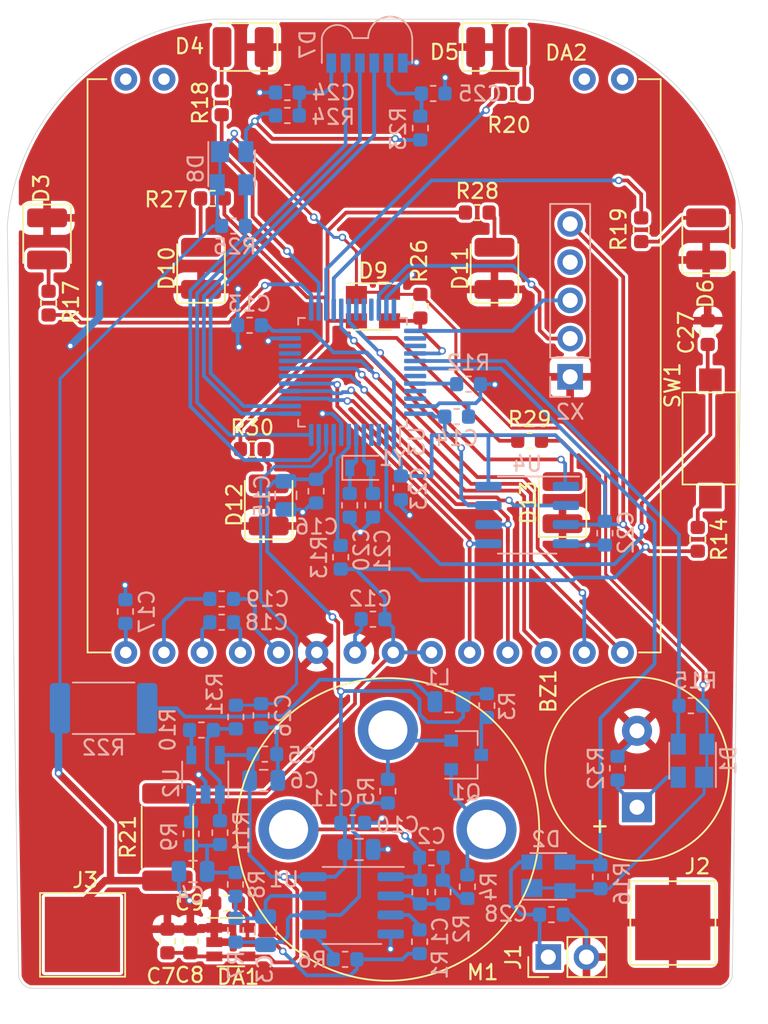
<source format=kicad_pcb>
(kicad_pcb (version 20210228) (generator pcbnew)
  (layers (0 "F.Cu" signal) (31 "B.Cu" signal) (34 "B.Paste" user) (35 "F.Paste" user) (36 "B.SilkS" user "B.Silkscreen") (37 "F.SilkS" user "F.Silkscreen") (38 "B.Mask" user) (39 "F.Mask" user) (44 "Edge.Cuts" user))
  (net 0 "")
  (net 1 "Net-(BZ1-Pad1)")
  (net 2 "GNDA")
  (net 3 "Net-(C1-Pad2)")
  (net 4 "Net-(C1-Pad1)")
  (net 5 "Net-(C2-Pad1)")
  (net 6 "Net-(C3-Pad2)")
  (net 7 "Net-(C3-Pad1)")
  (net 8 "Net-(C4-Pad2)")
  (net 9 "3V3")
  (net 10 "1V2")
  (net 11 "BAT")
  (net 12 "Net-(C17-Pad1)")
  (net 13 "Net-(C18-Pad2)")
  (net 14 "Net-(C18-Pad1)")
  (net 15 "Net-(C19-Pad2)")
  (net 16 "Net-(C19-Pad1)")
  (net 17 "BAT+")
  (net 18 "Buzzer_On")
  (net 19 "Vibro_On")
  (net 20 "Net-(D2-Pad2)")
  (net 21 "Net-(D3-Pad2)")
  (net 22 "Net-(D4-Pad2)")
  (net 23 "Net-(D5-Pad2)")
  (net 24 "Net-(D6-Pad2)")
  (net 25 "CS")
  (net 26 "RST_LCD")
  (net 27 "CD")
  (net 28 "SCK")
  (net 29 "SDA")
  (net 30 "Net-(L1-Pad1)")
  (net 31 "Net-(M1-Pad3)")
  (net 32 "Net-(M1-Pad2)")
  (net 33 "Net-(Q1-Pad3)")
  (net 34 "Net-(R1-Pad2)")
  (net 35 "Net-(R6-Pad1)")
  (net 36 "Net-(R9-Pad2)")
  (net 37 "ADC_IN")
  (net 38 "Net-(R10-Pad1)")
  (net 39 "Net-(R12-Pad2)")
  (net 40 "Net-(R13-Pad1)")
  (net 41 "Net-(R14-Pad1)")
  (net 42 "Led1")
  (net 43 "Led2")
  (net 44 "Led4")
  (net 45 "Led3")
  (net 49 "Net-(C20-Pad1)")
  (net 50 "Net-(C21-Pad1)")
  (net 51 "SD_IRDa")
  (net 52 "Net-(D7-Pad3)")
  (net 53 "Net-(D7-Pad2)")
  (net 54 "IrDa_On")
  (net 55 "Net-(D8-Pad2)")
  (net 56 "Net-(SW1-Pad2)")
  (net 62 "SWCLK")
  (net 64 "SWDIO")
  (net 66 "Leds_On")
  (net 68 "CS_M")
  (net 69 "HOLD")
  (net 70 "SDI")
  (net 73 "Net-(C24-Pad2)")
  (net 74 "Net-(C25-Pad2)")
  (net 76 "Net-(D9-Pad2)")
  (net 77 "Net-(D10-Pad2)")
  (net 78 "Net-(D11-Pad2)")
  (net 79 "Net-(D12-Pad2)")
  (net 80 "Net-(D13-Pad2)")
  (net 81 "Net-(R10-Pad2)")
  (footprint "LED_SMD:LED_1210_3225Metric" (layer "F.Cu") (at 108.1024 34.5694)
    (fp_text reference "D5")
    (fp_text value "LED")
  )
  (footprint "Газик:PAD_5_5" (layer "F.Cu") (at 119.7218 90.2062)
    (fp_text reference "J2")
    (fp_text value "BAT-")
  )
  (footprint "Connector_PinHeader_2.54mm:PinHeader_1x02_P2.54mm_Vertical" (layer "F.Cu") (at 111.5264 95.0468 90)
    (fp_text reference "J1")
    (fp_text value "Vibro Motor")
  )
  (footprint "LED_SMD:LED_1210_3225Metric" (layer "F.Cu") (at 122.0216 47.3202 90)
    (fp_text reference "D6")
    (fp_text value "LED")
  )
  (footprint "LED_SMD:LED_1210_3225Metric" (layer "F.Cu") (at 88.4428 49.276 90)
    (fp_text reference "D10")
    (fp_text value "LED")
  )
  (footprint "Газик:EA-DOGS102W-6" (layer "F.Cu") (at 116.459 36.703 180)
    (fp_text reference "DA2")
    (fp_text value "DOGS102")
  )
  (footprint "LED_SMD:LED_1210_3225Metric" (layer "F.Cu") (at 91.2368 34.5694 180)
    (fp_text reference "D4")
    (fp_text value "LED")
  )
  (footprint "Resistor_SMD:R_0603_1608Metric" (layer "F.Cu") (at 89.8144 38.2778 90)
    (fp_text reference "R18")
    (fp_text value "120")
  )
  (footprint "Resistor_SMD:R_0603_1608Metric" (layer "F.Cu") (at 109.1438 37.6682)
    (fp_text reference "R20")
    (fp_text value "120")
  )
  (footprint "LED_SMD:LED_1210_3225Metric" (layer "F.Cu") (at 107.95 49.276 90)
    (fp_text reference "D11")
    (fp_text value "LED")
  )
  (footprint "Газик:Buzzer" (layer "F.Cu") (at 117.4242 82.55 90)
    (fp_text reference "BZ1")
    (fp_text value "Buzzer")
  )
  (footprint "Button_Switch_SMD:SW_SPST_CK_RS282G05A3" (layer "F.Cu") (at 122.301 60.579 90)
    (fp_text reference "SW1")
    (fp_text value "On")
  )
  (footprint "Package_TO_SOT_SMD:SOT-143" (layer "F.Cu") (at 99.8728 51.816)
    (fp_text reference "D9")
    (fp_text value "MIC94050")
  )
  (footprint "Resistor_SMD:R_0603_1608Metric" (layer "F.Cu") (at 110.2868 60.7314)
    (fp_text reference "R29")
    (fp_text value "120")
  )
  (footprint "Capacitor_SMD:C_0603_1608Metric" (layer "F.Cu") (at 122.1232 53.5432 90)
    (fp_text reference "C27")
    (fp_text value "0.1uF")
  )
  (footprint "Resistor_SMD:R_0603_1608Metric" (layer "F.Cu") (at 121.4628 67.2846 -90)
    (fp_text reference "R14")
    (fp_text value "120")
  )
  (footprint "Resistor_SMD:R_0603_1608Metric" (layer "F.Cu") (at 103.0224 51.7906 90)
    (fp_text reference "R26")
    (fp_text value "1M")
  )
  (footprint "Capacitor_SMD:C_0603_1608Metric" (layer "F.Cu") (at 90.1446 91.4654 180)
    (fp_text reference "C9")
    (fp_text value "0.1uF")
  )
  (footprint "Capacitor_SMD:C_0603_1608Metric" (layer "F.Cu") (at 87.7316 93.98 90)
    (fp_text reference "C8")
    (fp_text value "0.1uF")
  )
  (footprint "Газик:CO" (layer "F.Cu") (at 100.8634 86.5632)
    (fp_text reference "M1")
    (fp_text value "SENSOR")
  )
  (footprint "LED_SMD:LED_1210_3225Metric" (layer "F.Cu") (at 78.2066 47.3202 -90)
    (fp_text reference "D3")
    (fp_text value "LED")
  )
  (footprint "Газик:PAD_5_5" (layer "F.Cu") (at 80.4788 90.9936)
    (fp_text reference "J3")
    (fp_text value "BAT+")
  )
  (footprint "LED_SMD:LED_1210_3225Metric" (layer "F.Cu") (at 112.4712 64.8462 90)
    (fp_text reference "D13")
    (fp_text value "LED")
  )
  (footprint "LED_SMD:LED_1210_3225Metric" (layer "F.Cu") (at 92.9386 64.9986 90)
    (fp_text reference "D12")
    (fp_text value "LED")
  )
  (footprint "Resistor_SMD:R_0603_1608Metric" (layer "F.Cu") (at 106.807 45.5676)
    (fp_text reference "R28")
    (fp_text value "120")
  )
  (footprint "Capacitor_SMD:C_0603_1608Metric" (layer "F.Cu") (at 86.2076 93.98 90)
    (fp_text reference "C7")
    (fp_text value "1uF")
  )
  (footprint "Resistor_SMD:R_0603_1608Metric" (layer "F.Cu") (at 91.8464 61.2902)
    (fp_text reference "R30")
    (fp_text value "120")
  )
  (footprint "Package_TO_SOT_SMD:SOT-23-6" (layer "F.Cu") (at 90.424 94.0562)
    (fp_text reference "DA1")
    (fp_text value "ADR3412")
  )
  (footprint "Resistor_SMD:R_0603_1608Metric" (layer "F.Cu") (at 89.2048 44.6278 180)
    (fp_text reference "R27")
    (fp_text value "120")
  )
  (footprint "Resistor_SMD:R_2512_6332Metric" (layer "F.Cu") (at 86.2076 87.0712 90)
    (fp_text reference "R21")
    (fp_text value "22")
  )
  (footprint "Resistor_SMD:R_0603_1608Metric" (layer "F.Cu") (at 78.3082 51.5874 90)
    (fp_text reference "R17")
    (fp_text value "120")
  )
  (footprint "Resistor_SMD:R_0603_1608Metric" (layer "F.Cu") (at 117.7036 46.7106 -90)
    (fp_text reference "R19")
    (fp_text value "120")
  )
  (footprint "Capacitor_SMD:C_0603_1608Metric" (layer "B.Cu") (at 103.8733 37.6555 180)
    (fp_text reference "C25")
    (fp_text value "0.1uF")
  )
  (footprint "Capacitor_SMD:C_0603_1608Metric" (layer "B.Cu") (at 99.8728 72.5932)
    (fp_text reference "C12")
    (fp_text value "0.1uF")
  )
  (footprint "Resistor_SMD:R_0603_1608Metric" (layer "B.Cu") (at 102.9716 94.0308 90)
    (fp_text reference "R1")
    (fp_text value "12.4k")
  )
  (footprint "Resistor_SMD:R_0603_1608Metric" (layer "B.Cu") (at 98.0186 95.1992)
    (fp_text reference "R6")
    (fp_text value "12.4k")
  )
  (footprint "Capacitor_SMD:C_0603_1608Metric" (layer "B.Cu") (at 91.6686 53.0606 180)
    (fp_text reference "C13")
    (fp_text value "0.1uF")
  )
  (footprint "Crystal:Crystal_SMD_2012-2Pin_2.0x1.2mm" (layer "B.Cu") (at 99.0346 62.5348)
    (fp_text reference "Y1")
    (fp_text value "Crystal")
  )
  (footprint "Capacitor_SMD:C_0603_1608Metric" (layer "B.Cu") (at 94.1832 37.592)
    (fp_text reference "C24")
    (fp_text value "0.1uF")
  )
  (footprint "Resistor_SMD:R_0603_1608Metric" (layer "B.Cu") (at 89.7001 86.7791 90)
    (fp_text reference "R11")
    (fp_text value "open")
  )
  (footprint "Capacitor_SMD:C_0603_1608Metric" (layer "B.Cu") (at 98.5266 86.1314 180)
    (fp_text reference "C10")
    (fp_text value "0.1uF")
  )
  (footprint "Capacitor_SMD:C_0603_1608Metric" (layer "B.Cu") (at 115.2906 66.8782 -90)
    (fp_text reference "C22")
    (fp_text value "0.1uF")
  )
  (footprint "Resistor_SMD:R_0603_1608Metric" (layer "B.Cu") (at 87.7824 86.8553 90)
    (fp_text reference "R9")
    (fp_text value "3k3")
  )
  (footprint "Package_TO_SOT_SMD:TSOT-23-5" (layer "B.Cu") (at 88.7476 82.931 90)
    (fp_text reference "U2")
    (fp_text value "AD8500AKSZ")
  )
  (footprint "Capacitor_SMD:C_0603_1608Metric" (layer "B.Cu") (at 105.4354 59.1312)
    (fp_text reference "C14")
    (fp_text value "0.1uF")
  )
  (footprint "Resistor_SMD:R_0603_1608Metric" (layer "B.Cu") (at 121.0031 78.3414)
    (fp_text reference "R15")
    (fp_text value "1M")
  )
  (footprint "Capacitor_SMD:C_0805_2012Metric" (layer "B.Cu") (at 87.9094 89.3572)
    (fp_text reference "C4")
    (fp_text value "10uF")
  )
  (footprint "Resistor_SMD:R_0603_1608Metric" (layer "B.Cu") (at 103.0224 39.9542 90)
    (fp_text reference "R23")
    (fp_text value "47")
  )
  (footprint "Capacitor_SMD:C_0603_1608Metric" (layer "B.Cu") (at 111.7346 92.2274)
    (fp_text reference "C28")
    (fp_text value "0.1uF")
  )
  (footprint "Capacitor_SMD:C_0805_2012Metric" (layer "B.Cu") (at 92.6084 83.312 180)
    (fp_text reference "C6")
    (fp_text value "4.7uF")
  )
  (footprint "Package_TO_SOT_SMD:SOT-23" (layer "B.Cu") (at 106.0704 81.6102)
    (fp_text reference "Q1")
    (fp_text value "MMBFJ113")
  )
  (footprint "Capacitor_SMD:C_0603_1608Metric" (layer "B.Cu") (at 102.997 90.7288 90)
    (fp_text reference "C1")
    (fp_text value "22nF")
  )
  (footprint "Inductor_SMD:L_0805_2012Metric" (layer "B.Cu") (at 104.9274 78.0796)
    (fp_text reference "L1")
    (fp_text value "20uH")
  )
  (footprint "Package_QFP:LQFP-48_7x7mm_P0.5mm" (layer "B.Cu") (at 98.5139 56.1825 90)
    (fp_text reference "U3")
    (fp_text value "STM32L071CBTx")
  )
  (footprint "Capacitor_SMD:C_0603_1608Metric" (layer "B.Cu") (at 92.4306 78.994 -90)
    (fp_text reference "C26")
    (fp_text value "0.1uF")
  )
  (footprint "Resistor_SMD:R_0603_1608Metric" (layer "B.Cu") (at 88.4682 79.9592)
    (fp_text reference "R10")
    (fp_text value "3k3")
  )
  (footprint "Resistor_SMD:R_0603_1608Metric" (layer "B.Cu") (at 106.2228 56.9722 180)
    (fp_text reference "R12")
    (fp_text value "100k")
  )
  (footprint "Resistor_SMD:R_0603_1608Metric" (layer "B.Cu") (at 107.442 78.3336 -90)
    (fp_text reference "R3")
    (fp_text value "1M")
  )
  (footprint "Resistor_SMD:R_0603_1608Metric" (layer "B.Cu") (at 90.73896 93.26626 90)
    (fp_text reference "R7")
    (fp_text value "?")
  )
  (footprint "Capacitor_SMD:C_0603_1608Metric" (layer "B.Cu") (at 99.8728 65.024 -90)
    (fp_text reference "C21")
    (fp_text value "12pF")
  )
  (footprint "Resistor_SMD:R_0603_1608Metric" (layer "B.Cu") (at 106.1466 90.3732 90)
    (fp_text reference "R4")
    (fp_text value "12.4k")
  )
  (footprint "Capacitor_SMD:C_0603_1608Metric" (layer "B.Cu") (at 83.4136 72.0852 90)
    (fp_text reference "C17")
    (fp_text value "1uF")
  )
  (footprint "Resistor_SMD:R_0603_1608Metric" (layer "B.Cu") (at 90.6018 46.4566 180)
    (fp_text reference "R25")
    (fp_text value "1M")
  )
  (footprint "Capacitor_SMD:C_0603_1608Metric" (layer "B.Cu") (at 96.0882 64.0842 90)
    (fp_text reference "C16")
    (fp_text value "0.1uF")
  )
  (footprint "Capacitor_SMD:C_0805_2012Metric" (layer "B.Cu") (at 94.0816 64.3636 90)
    (fp_text reference "C15")
    (fp_text value "4.7uF")
  )
  (footprint "Package_SO:SO-8_3.9x4.9mm_P1.27mm" (layer "B.Cu") (at 110.1217 65.6717 180)
    (fp_text reference "U4")
    (fp_text value "AT25M02")
  )
  (footprint "Resistor_SMD:R_0603_1608Metric" (layer "B.Cu") (at 94.1832 39.116)
    (fp_text reference "R24")
    (fp_text value "120")
  )
  (footprint "Capacitor_SMD:C_0603_1608Metric" (layer "B.Cu") (at 92.6846 81.5594 180)
    (fp_text reference "C5")
    (fp_text value "0.1uF")
  )
  (footprint "Package_TO_SOT_SMD:SOT-143" (layer "B.Cu") (at 111.5314 89.6874)
    (fp_text reference "D2")
    (fp_text value "MIC94050")
  )
  (footprint "Resistor_SMD:R_0603_1608Metric" (layer "B.Cu") (at 116.1288 82.4992 -90)
    (fp_text reference "R32")
    (fp_text value "1k")
  )
  (footprint "Package_TO_SOT_SMD:SOT-143" (layer "B.Cu") (at 90.4748 42.6212 -90)
    (fp_text reference "D8")
    (fp_text value "MIC94050")
  )
  (footprint "Capacitor_SMD:C_0805_2012Metric" (layer "B.Cu") (at 98.9457 87.8967 180)
    (fp_text reference "C11")
    (fp_text value "4.7uF")
  )
  (footprint "Package_TO_SOT_SMD:SOT-143" (layer "B.Cu") (at 121.1174 81.999 90)
    (fp_text reference "D1")
    (fp_text value "MIC94050")
  )
  (footprint "Resistor_SMD:R_0603_1608Metric" (layer "B.Cu") (at 114.9907 89.7175 -90)
    (fp_text reference "R16")
    (fp_text value "1M")
  )
  (footprint "Capacitor_SMD:C_0805_2012Metric" (layer "B.Cu") (at 92.7354 93.2942 90)
    (fp_text reference "C3")
    (fp_text value "22nF")
  )
  (footprint "Resistor_SMD:R_0603_1608Metric" (layer "B.Cu") (at 90.7542 79.0956 90)
    (fp_text reference "R31")
    (fp_text value "150")
  )
  (footprint "Capacitor_SMD:C_0603_1608Metric" (layer "B.Cu") (at 98.3234 65.024 -90)
    (fp_text reference "C20")
    (fp_text value "12pF")
  )
  (footprint "Package_SO:SO-8_3.9x4.9mm_P1.27mm" (layer "B.Cu") (at 98.4758 91.6178 180)
    (fp_text reference "U1")
    (fp_text value "Ad8572arz")
  )
  (footprint "Capacitor_SMD:C_0603_1608Metric" (layer "B.Cu") (at 103.759 88.4428 180)
    (fp_text reference "C2")
    (fp_text value "22nF")
  )
  (footprint "Resistor_SMD:R_0603_1608Metric" (layer "B.Cu") (at 97.7265 68.4761 -90)
    (fp_text reference "R13")
    (fp_text value "100k")
  )
  (footprint "Resistor_SMD:R_0603_1608Metric" (layer "B.Cu") (at 104.521 90.7288 90)
    (fp_text reference "R2")
    (fp_text value "12.4k")
  )
  (footprint "Газик:TFBS4711" (layer "B.Cu") (at 97.101907 35.633054)
    (fp_text reference "D7")
    (fp_text value "IrD_TFBS4711")
  )
  (footprint "Resistor_SMD:R_0603_1608Metric" (layer "B.Cu") (at 100.8634 84.0232 -90)
    (fp_text reference "R5")
    (fp_text value "33")
  )
  (footprint "Capacitor_SMD:C_0603_1608Metric" (layer "B.Cu") (at 89.8144 71.247)
    (fp_text reference "C19")
    (fp_text value "1uF")
  )
  (footprint "Resistor_SMD:R_0603_1608Metric" (layer "B.Cu") (at 90.7288 90.2208 90)
    (fp_text reference "R8")
    (fp_text value "100k")
  )
  (footprint "Connector_PinHeader_2.54mm:PinHeader_1x05_P2.54mm_Vertical" (layer "B.Cu") (at 112.9792 56.4846)
    (fp_text reference "X2")
    (fp_text value "Prog")
  )
  (footprint "Capacitor_SMD:C_0603_1608Metric" (layer "B.Cu") (at 89.8144 72.7964)
    (fp_text reference "C18")
    (fp_text value "1uF")
  )
  (footprint "Resistor_SMD:R_2512_6332Metric" (layer "B.Cu") (at 81.9658 78.5114)
    (fp_text reference "R22")
    (fp_text value "22")
  )
  (footprint "Capacitor_SMD:C_0603_1608Metric" (layer "B.Cu") (at 101.727 63.866 -90)
    (fp_text reference "C23")
    (fp_text value "0.1uF")
  )
  (gr_arc (start 109.289433 47.927729) (end 124.4346 46.3804) (angle -81.94185735) (layer "Edge.Cuts") (width 0.05))
  (gr_line (start 77.064147 97.123203) (end 100.1014 97.1296) (layer "Edge.Cuts") (width 0.05))
  (gr_line (start 123.011653 97.1296) (end 100.1014 97.1296) (layer "Edge.Cuts") (width 0.05))
  (gr_line (start 75.565 46.3804) (end 76.315048 96.323058) (layer "Edge.Cuts") (width 0.05))
  (gr_line (start 109.8804 32.7152) (end 89.3826 32.7152) (layer "Edge.Cuts") (width 0.05))
  (gr_line (start 124.4346 46.3804) (end 123.760752 96.329455) (layer "Edge.Cuts") (width 0.05))
  (gr_arc (start 122.703568 96.090442) (end 123.011653 97.1296) (angle -60.74670005) (layer "Edge.Cuts") (width 0.05))
  (gr_arc (start 90.557021 47.721169) (end 75.565 46.3804) (angle 80.41445841) (layer "Edge.Cuts") (width 0.05))
  (gr_arc (start 77.372232 96.084045) (end 77.064147 97.123203) (angle 60.74670005) (layer "Edge.Cuts") (width 0.05))
  (segment (start 119.4152 83.099) (end 117.4242 85.09) (width 0.25) (layer "B.Cu") (net 1))
  (segment (start 120.1674 83.099) (end 119.4152 83.099) (width 0.25) (layer "B.Cu") (net 1))
  (segment (start 116.1288 83.2867) (end 116.1288 83.7946) (width 0.25) (layer "B.Cu") (net 1))
  (segment (start 116.1288 83.7946) (end 117.4242 85.09) (width 0.25) (layer "B.Cu") (net 1))
  (segment (start 89.3571 91.4654) (end 87.8586 91.4654) (width 0.25) (layer "F.Cu") (net 2))
  (segment (start 87.8586 91.4654) (end 87.6808 91.2876) (width 0.25) (layer "F.Cu") (net 2))
  (segment (start 89.3571 93.0731) (end 89.324 93.1062) (width 0.25) (layer "F.Cu") (net 2))
  (segment (start 89.2377 93.1925) (end 89.324 93.1062) (width 0.25) (layer "F.Cu") (net 2))
  (segment (start 89.324 93.1062) (end 89.324 94.0562) (width 0.25) (layer "F.Cu") (net 2))
  (segment (start 89.3571 91.4654) (end 89.3571 93.0731) (width 0.25) (layer "F.Cu") (net 2))
  (segment (start 87.7316 93.1925) (end 89.2377 93.1925) (width 0.25) (layer "F.Cu") (net 2))
  (segment (start 86.2076 93.1925) (end 87.7316 93.1925) (width 0.25) (layer "F.Cu") (net 2))
  (via (at 90.9574 54.5084) (size 0.5) (drill 0.3) (layers "F.Cu" "B.Cu") (net 2))
  (via (at 101.0412 94.5134) (size 0.5) (drill 0.3) (layers "F.Cu" "B.Cu") (net 2))
  (via (at 102.3112 65.6844) (size 0.5) (drill 0.3) (layers "F.Cu" "B.Cu") (net 2))
  (via (at 96.52 58.928) (size 0.5) (drill 0.3) (layers "F.Cu" "B.Cu") (net 2))
  (via (at 90.9066 50.6476) (size 0.5) (drill 0.3) (layers "F.Cu" "B.Cu") (net 2))
  (via (at 100.8634 87.884) (size 0.5) (drill 0.3) (layers "F.Cu" "B.Cu") (net 2))
  (via (at 107.9754 56.9976) (size 0.5) (drill 0.3) (layers "F.Cu" "B.Cu") (net 2))
  (via (at 102.4636 49.6824) (size 0.5) (drill 0.3) (layers "F.Cu" "B.Cu") (net 2))
  (via (at 87.6808 91.2876) (size 0.5) (drill 0.3) (layers "F.Cu" "B.Cu") (net 2))
  (via (at 102.7684 35.5854) (size 0.5) (drill 0.3) (layers "F.Cu" "B.Cu") (net 2))
  (via (at 92.9132 54.102) (size 0.5) (drill 0.3) (layers "F.Cu" "B.Cu") (net 2))
  (via (at 79.756 54.4322) (size 0.5) (drill 0.3) (layers "F.Cu" "B.Cu") (net 2))
  (via (at 100.457 85.8266) (size 0.5) (drill 0.3) (layers "F.Cu" "B.Cu") (net 2))
  (via (at 95.1992 65.4812) (size 0.5) (drill 0.3) (layers "F.Cu" "B.Cu") (net 2))
  (via (at 114.1477 67.6657) (size 0.5) (drill 0.3) (layers "F.Cu" "B.Cu") (net 2))
  (via (at 92.3544 37.592) (size 0.5) (drill 0.3) (layers "F.Cu" "B.Cu") (net 2))
  (via (at 83.3882 70.3326) (size 0.5) (drill 0.3) (layers "F.Cu" "B.Cu") (net 2))
  (via (at 81.6864 50.292) (size 0.5) (drill 0.3) (layers "F.Cu" "B.Cu") (net 2))
  (via (at 104.6734 36.6014) (size 0.5) (drill 0.3) (layers "F.Cu" "B.Cu") (net 2))
  (via (at 99.0346 66.802) (size 0.5) (drill 0.3) (layers "F.Cu" "B.Cu") (net 2))
  (via (at 93.4974 79.8068) (size 0.5) (drill 0.3) (layers "F.Cu" "B.Cu") (net 2))
  (via (at 88.2904 82.931) (size 0.5) (drill 0.3) (layers "F.Cu" "B.Cu") (net 2))
  (segment (start 94.3514 53.9325) (end 93.0827 53.9325) (width 0.25) (layer "B.Cu") (net 2))
  (segment (start 93.5459 81.6332) (end 93.4721 81.5594) (width 0.25) (layer "B.Cu") (net 2))
  (segment (start 99.0853 73.2791) (end 98.679 73.6854) (width 0.25) (layer "B.Cu") (net 2))
  (segment (start 95.8087 64.8717) (end 95.1992 65.4812) (width 0.25) (layer "B.Cu") (net 2))
  (segment (start 104.09623 58.4325) (end 104.28653 58.2422) (width 0.25) (layer "B.Cu") (net 2))
  (segment (start 100.7639 51.21042) (end 102.29192 49.6824) (width 0.25) (layer "B.Cu") (net 2))
  (segment (start 113.0046 92.2274) (end 114.0664 93.2892) (width 0.25) (layer "B.Cu") (net 2))
  (segment (start 97.7639 60.345) (end 97.7639 59.53542) (width 0.25) (layer "B.Cu") (net 2))
  (segment (start 93.4721 79.7815) (end 93.4974 79.8068) (width 0.25) (layer "B.Cu") (net 2))
  (segment (start 83.4136 70.358) (end 83.3882 70.3326) (width 0.25) (layer "B.Cu") (net 2))
  (segment (start 104.28653 58.2422) (end 106.1974 58.2422) (width 0.25) (layer "B.Cu") (net 2))
  (segment (start 95.1992 65.4812) (end 95.0191 65.3011) (width 0.25) (layer "B.Cu") (net 2))
  (segment (start 90.8811 53.0606) (end 90.8811 54.4321) (width 0.25) (layer "B.Cu") (net 2))
  (segment (start 99.3141 86.1314) (end 100.1522 86.1314) (width 0.25) (layer "B.Cu") (net 2))
  (segment (start 90.8811 54.4321) (end 90.9574 54.5084) (width 0.25) (layer "B.Cu") (net 2))
  (segment (start 88.7476 83.3882) (end 88.2904 82.931) (width 0.25) (layer "B.Cu") (net 2))
  (segment (start 97.15648 58.928) (end 96.52 58.928) (width 0.25) (layer "B.Cu") (net 2))
  (segment (start 107.95 56.9722) (end 107.9754 56.9976) (width 0.25) (layer "B.Cu") (net 2))
  (segment (start 93.5459 83.312) (end 93.5459 81.6332) (width 0.25) (layer "B.Cu") (net 2))
  (segment (start 92.4306 79.7815) (end 93.4721 79.7815) (width 0.25) (layer "B.Cu") (net 2))
  (segment (start 107.0103 56.9722) (end 107.95 56.9722) (width 0.25) (layer "B.Cu") (net 2))
  (segment (start 98.679 73.6854) (end 98.679 74.803) (width 0.25) (layer "B.Cu") (net 2))
  (segment (start 99.8728 65.9638) (end 99.0346 66.802) (width 0.25) (layer "B.Cu") (net 2))
  (segment (start 106.1974 58.2422) (end 106.7054 58.2422) (width 0.25) (layer "B.Cu") (net 2))
  (segment (start 93.3957 37.592) (end 92.3544 37.592) (width 0.25) (layer "B.Cu") (net 2))
  (segment (start 117.4242 80.4163) (end 116.1288 81.7117) (width 0.25) (layer "B.Cu") (net 2))
  (segment (start 90.8811 50.6731) (end 90.9066 50.6476) (width 0.25) (layer "B.Cu") (net 2))
  (segment (start 112.7857 67.6657) (end 114.1477 67.6657) (width 0.25) (layer "B.Cu") (net 2))
  (segment (start 101.0508 94.5038) (end 101.0412 94.5134) (width 0.25) (layer "B.Cu") (net 2))
  (segment (start 98.3234 66.0908) (end 99.0346 66.802) (width 0.25) (layer "B.Cu") (net 2))
  (segment (start 81.6864 52.5018) (end 79.756 54.4322) (width 0.5) (layer "B.Cu") (net 2))
  (segment (start 115.2906 67.6657) (end 114.1477 67.6657) (width 0.25) (layer "B.Cu") (net 2))
  (segment (start 86.9719 90.3455) (end 86.9719 89.3572) (width 0.25) (layer "B.Cu") (net 2))
  (segment (start 114.0207 67.6657) (end 114.1477 67.6657) (width 0.25) (layer "B.Cu") (net 2))
  (segment (start 93.4721 79.8321) (end 93.4974 79.8068) (width 0.25) (layer "B.Cu") (net 2))
  (segment (start 104.6608 37.6555) (end 104.6608 36.614) (width 0.25) (layer "B.Cu") (net 2))
  (segment (start 93.4721 81.5594) (end 93.4721 79.8321) (width 0.25) (layer "B.Cu") (net 2))
  (segment (start 83.4136 71.2977) (end 83.4136 70.358) (width 0.25) (layer "B.Cu") (net 2))
  (segment (start 97.7639 59.53542) (end 97.15648 58.928) (width 0.25) (layer "B.Cu") (net 2))
  (segment (start 86.9696 90.5764) (end 86.9696 90.3478) (width 0.25) (layer "B.Cu") (net 2))
  (segment (start 104.6608 36.614) (end 104.6734 36.6014) (width 0.25) (layer "B.Cu") (net 2))
  (segment (start 100.7639 52.02) (end 100.7639 51.21042) (width 0.25) (layer "B.Cu") (net 2))
  (segment (start 107.0103 57.9375) (end 107.0103 56.9722) (width 0.25) (layer "B.Cu") (net 2))
  (segment (start 88.7476 84.241) (end 88.7476 83.3882) (width 0.25) (layer "B.Cu") (net 2))
  (segment (start 112.6967 67.5767) (end 112.7857 67.6657) (width 0.25) (layer "B.Cu") (net 2))
  (segment (start 107.0102 57.9374) (end 107.0103 57.9375) (width 0.25) (layer "B.Cu") (net 2))
  (segment (start 112.5221 92.2274) (end 113.0046 92.2274) (width 0.25) (layer "B.Cu") (net 2))
  (segment (start 86.9696 90.3478) (end 86.9719 90.3455) (width 0.25) (layer "B.Cu") (net 2))
  (segment (start 87.6808 91.2876) (end 86.9696 90.5764) (width 0.25) (layer "B.Cu") (net 2))
  (segment (start 106.2229 59.1312) (end 106.2229 58.2677) (width 0.25) (layer "B.Cu") (net 2))
  (segment (start 101.0508 93.5228) (end 101.0508 94.5038) (width 0.25) (layer "B.Cu") (net 2))
  (segment (start 102.720746 35.633054) (end 102.7684 35.5854) (width 0.25) (layer "B.Cu") (net 2))
  (segment (start 99.0853 72.5932) (end 99.0853 73.2791) (width 0.25) (layer "B.Cu") (net 2))
  (segment (start 96.0882 64.8717) (end 95.8087 64.8717) (width 0.25) (layer "B.Cu") (net 2))
  (segment (start 93.0827 53.9325) (end 92.9132 54.102) (width 0.25) (layer "B.Cu") (net 2))
  (segment (start 81.6864 50.292) (end 81.6864 52.5018) (width 0.5) (layer "B.Cu") (net 2))
  (segment (start 114.0664 93.2892) (end 114.0664 95.0468) (width 0.25) (layer "B.Cu") (net 2))
  (segment (start 99.8728 65.8115) (end 99.8728 65.9638) (width 0.25) (layer "B.Cu") (net 2))
  (segment (start 99.8832 87.8967) (end 100.8507 87.8967) (width 0.25) (layer "B.Cu") (net 2))
  (segment (start 101.851907 35.633054) (end 102.720746 35.633054) (width 0.25) (layer "B.Cu") (net 2))
  (segment (start 106.2229 58.2677) (end 106.1974 58.2422) (width 0.25) (layer "B.Cu") (net 2))
  (segment (start 90.8811 53.0606) (end 90.8811 50.6731) (width 0.25) (layer "B.Cu") (net 2))
  (segment (start 95.0191 65.3011) (end 94.0816 65.3011) (width 0.25) (layer "B.Cu") (net 2))
  (segment (start 101.727 64.6535) (end 101.727 65.1002) (width 0.25) (layer "B.Cu") (net 2))
  (segment (start 101.727 65.1002) (end 102.3112 65.6844) (width 0.25) (layer "B.Cu") (net 2))
  (segment (start 106.7054 58.2422) (end 107.0102 57.9374) (width 0.25) (layer "B.Cu") (net 2))
  (segment (start 102.29192 49.6824) (end 102.4636 49.6824) (width 0.25) (layer "B.Cu") (net 2))
  (segment (start 117.4242 80.01) (end 117.4242 80.4163) (width 0.25) (layer "B.Cu") (net 2))
  (segment (start 100.1522 86.1314) (end 100.457 85.8266) (width 0.25) (layer "B.Cu") (net 2))
  (segment (start 102.6764 58.4325) (end 104.09623 58.4325) (width 0.25) (layer "B.Cu") (net 2))
  (segment (start 100.8507 87.8967) (end 100.8634 87.884) (width 0.25) (layer "B.Cu") (net 2))
  (segment (start 98.3234 65.8115) (end 98.3234 66.0908) (width 0.25) (layer "B.Cu") (net 2))
  (segment (start 101.5746 86.5632) (end 94.2594 86.5632) (width 0.25) (layer "F.Cu") (net 3))
  (segment (start 102.0064 86.995) (end 101.5746 86.5632) (width 0.25) (layer "F.Cu") (net 3))
  (via (at 102.0064 86.995) (size 0.5) (drill 0.3) (layers "F.Cu" "B.Cu") (net 3))
  (segment (start 102.9715 88.4428) (end 102.9715 87.9601) (width 0.25) (layer "B.Cu") (net 3))
  (segment (start 102.7685 89.7128) (end 102.997 89.9413) (width 0.25) (layer "B.Cu") (net 3))
  (segment (start 102.9715 87.9601) (end 102.0064 86.995) (width 0.25) (layer "B.Cu") (net 3))
  (segment (start 102.9715 88.4428) (end 102.9715 89.9158) (width 0.25) (layer "B.Cu") (net 3))
  (segment (start 102.9715 89.9158) (end 102.997 89.9413) (width 0.25) (layer "B.Cu") (net 3))
  (segment (start 101.0508 89.7128) (end 102.7685 89.7128) (width 0.25) (layer "B.Cu") (net 3))
  (segment (start 104.521 91.5163) (end 102.997 91.5163) (width 0.25) (layer "B.Cu") (net 4))
  (segment (start 102.997 91.5163) (end 102.8955 91.5163) (width 0.25) (layer "B.Cu") (net 4))
  (segment (start 102.8955 91.5163) (end 102.362 90.9828) (width 0.25) (layer "B.Cu") (net 4))
  (segment (start 102.362 90.9828) (end 101.0508 90.9828) (width 0.25) (layer "B.Cu") (net 4))
  (segment (start 104.521 88.4683) (end 104.5465 88.4428) (width 0.25) (layer "B.Cu") (net 5))
  (segment (start 105.7404 91.1607) (end 104.521 89.9413) (width 0.25) (layer "B.Cu") (net 5))
  (segment (start 104.521 89.9413) (end 104.521 88.4683) (width 0.25) (layer "B.Cu") (net 5))
  (segment (start 106.1466 91.1607) (end 105.7404 91.1607) (width 0.25) (layer "B.Cu") (net 5))
  (segment (start 93.091 90.9828) (end 92.7354 91.3384) (width 0.25) (layer "B.Cu") (net 6))
  (segment (start 90.73896 92.47876) (end 92.61334 92.47876) (width 0.25) (layer "B.Cu") (net 6))
  (segment (start 90.73896 91.01846) (end 90.7288 91.0083) (width 0.25) (layer "B.Cu") (net 6))
  (segment (start 90.73896 92.47876) (end 90.73896 91.01846) (width 0.25) (layer "B.Cu") (net 6))
  (segment (start 92.7354 91.3384) (end 92.7354 92.3567) (width 0.25) (layer "B.Cu") (net 6))
  (segment (start 95.9008 90.9828) (end 93.091 90.9828) (width 0.25) (layer "B.Cu") (net 6))
  (segment (start 92.61334 92.47876) (end 92.7354 92.3567) (width 0.25) (layer "B.Cu") (net 6))
  (segment (start 94.2086 93.661854) (end 94.2086 92.5068) (width 0.25) (layer "B.Cu") (net 7))
  (segment (start 98.5266 85.2424) (end 98.5266 86.6648) (width 0.25) (layer "B.Cu") (net 7))
  (segment (start 98.9583 84.8107) (end 98.5266 85.2424) (width 0.25) (layer "B.Cu") (net 7))
  (segment (start 98.9584 91.0336) (end 97.7392 92.2528) (width 0.25) (layer "B.Cu") (net 7))
  (segment (start 94.4372 92.2782) (end 94.742 92.2782) (width 0.25) (layer "B.Cu") (net 7))
  (segment (start 97.7392 92.2528) (end 95.9008 92.2528) (width 0.25) (layer "B.Cu") (net 7))
  (segment (start 98.5266 86.6648) (end 98.9584 87.0966) (width 0.25) (layer "B.Cu") (net 7))
  (segment (start 98.9584 87.0966) (end 98.9584 91.0336) (width 0.25) (layer "B.Cu") (net 7))
  (segment (start 94.2086 92.5068) (end 94.4372 92.2782) (width 0.25) (layer "B.Cu") (net 7))
  (segment (start 93.816694 94.05376) (end 94.2086 93.661854) (width 0.25) (layer "B.Cu") (net 7))
  (segment (start 94.742 92.2782) (end 94.7674 92.2528) (width 0.25) (layer "B.Cu") (net 7))
  (segment (start 92.91334 94.05376) (end 93.52524 94.05376) (width 0.25) (layer "B.Cu") (net 7))
  (segment (start 92.7354 94.2317) (end 92.91334 94.05376) (width 0.25) (layer "B.Cu") (net 7))
  (segment (start 90.73896 94.05376) (end 93.52524 94.05376) (width 0.25) (layer "B.Cu") (net 7))
  (segment (start 100.8634 84.8107) (end 98.9583 84.8107) (width 0.25) (layer "B.Cu") (net 7))
  (segment (start 94.7674 92.2528) (end 95.9008 92.2528) (width 0.25) (layer "B.Cu") (net 7))
  (segment (start 93.52524 94.05376) (end 93.816694 94.05376) (width 0.25) (layer "B.Cu") (net 7))
  (segment (start 88.8469 87.7293) (end 88.8469 89.3572) (width 0.25) (layer "B.Cu") (net 8))
  (segment (start 88.923 89.4333) (end 88.8469 89.3572) (width 0.25) (layer "B.Cu") (net 8))
  (segment (start 90.7288 89.4333) (end 88.923 89.4333) (width 0.25) (layer "B.Cu") (net 8))
  (segment (start 89.6239 87.6428) (end 89.7001 87.5666) (width 0.25) (layer "B.Cu") (net 8))
  (segment (start 88.7604 87.6428) (end 89.6239 87.6428) (width 0.25) (layer "B.Cu") (net 8))
  (segment (start 87.7824 87.6428) (end 88.7604 87.6428) (width 0.25) (layer "B.Cu") (net 8))
  (segment (start 88.7604 87.6428) (end 88.8469 87.7293) (width 0.25) (layer "B.Cu") (net 8))
  (segment (start 87.9703 95.0062) (end 87.7316 94.7675) (width 0.25) (layer "F.Cu") (net 9))
  (segment (start 92.9488 95.0062) (end 93.345 95.4024) (width 0.25) (layer "F.Cu") (net 9))
  (segment (start 94.8436 95.0214) (end 94.8436 90.6018) (width 0.25) (layer "F.Cu") (net 9))
  (segment (start 91.524 95.0062) (end 92.9488 95.0062) (width 0.25) (layer "F.Cu") (net 9))
  (segment (start 86.2076 94.7675) (end 87.7316 94.7675) (width 0.25) (layer "F.Cu") (net 9))
  (segment (start 91.524 95.0062) (end 89.324 95.0062) (width 0.25) (layer "F.Cu") (net 9))
  (segment (start 93.345 95.4024) (end 94.4626 95.4024) (width 0.25) (layer "F.Cu") (net 9))
  (segment (start 97.5614 72.8218) (end 97.5614 77.2161) (width 0.25) (layer "F.Cu") (net 9))
  (segment (start 89.324 95.0062) (end 87.9703 95.0062) (width 0.25) (layer "F.Cu") (net 9))
  (segment (start 94.4626 95.4024) (end 94.8436 95.0214) (width 0.25) (layer "F.Cu") (net 9))
  (segment (start 97.5614 77.2161) (end 97.7391 77.3938) (width 0.25) (layer "F.Cu") (net 9))
  (segment (start 94.8436 90.6018) (end 93.9546 89.7128) (width 0.25) (layer "F.Cu") (net 9))
  (segment (start 97.1804 72.4408) (end 97.5614 72.8218) (width 0.25) (layer "F.Cu") (net 9))
  (via (at 93.9546 89.7128) (size 0.5) (drill 0.3) (layers "F.Cu" "B.Cu") (net 9))
  (via (at 97.1804 72.4408) (size 0.5) (drill 0.3) (layers "F.Cu" "B.Cu") (net 9))
  (via (at 97.7391 77.3938) (size 0.5) (drill 0.3) (layers "F.Cu" "B.Cu") (net 9))
  (segment (start 93.9546 89.7128) (end 93.1164 89.7128) (width 0.25) (layer "B.Cu") (net 9))
  (segment (start 91.8971 81.5594) (end 91.8971 83.0858) (width 0.25) (layer "B.Cu") (net 9))
  (segment (start 102.4128 77.3684) (end 97.7645 77.3684) (width 0.25) (layer "B.Cu") (net 9))
  (segment (start 98.0082 87.8967) (end 98.0082 86.4005) (width 0.25) (layer "B.Cu") (net 9))
  (segment (start 97.061089 62.323811) (end 96.0882 63.2967) (width 0.25) (layer "B.Cu") (net 9))
  (segment (start 106.3984 77.5461) (end 105.8649 78.0796) (width 0.25) (layer "B.Cu") (net 9))
  (segment (start 93.091 63.6524) (end 92.837 63.9064) (width 0.25) (layer "B.Cu") (net 9))
  (segment (start 97.061089 61.738487) (end 97.061089 62.323811) (width 0.25) (layer "B.Cu") (net 9))
  (segment (start 92.837 63.9064) (end 92.837 66.5988) (width 0.25) (layer "B.Cu") (net 9))
  (segment (start 105.8649 79.0725) (end 105.5116 79.4258) (width 0.25) (layer "B.Cu") (net 9))
  (segment (start 91.8355 81.621) (end 91.8971 81.5594) (width 0.25) (layer "B.Cu") (net 9))
  (segment (start 97.7391 86.1314) (end 97.7391 77.3938) (width 0.25) (layer "B.Cu") (net 9))
  (segment (start 97.2639 60.345) (end 97.2639 61.535676) (width 0.25) (layer "B.Cu") (net 9))
  (segment (start 98.0082 86.4005) (end 97.7391 86.1314) (width 0.25) (layer "B.Cu") (net 9))
  (segment (start 93.3173 63.4261) (end 93.091 63.6524) (width 0.25) (layer "B.Cu") (net 9))
  (segment (start 107.442 77.5461) (end 106.3984 77.5461) (width 0.25) (layer "B.Cu") (net 9))
  (segment (start 102.9716 77.9272) (end 102.4128 77.3684) (width 0.25) (layer "B.Cu") (net 9))
  (segment (start 97.3582 89.7128) (end 98.0082 89.0628) (width 0.25) (layer "B.Cu") (net 9))
  (segment (start 92.837 66.5988) (end 92.837 68.0974) (width 0.25) (layer "B.Cu") (net 9))
  (segment (start 102.4128 77.3684) (end 101.767972 77.3684) (width 0.25) (layer "B.Cu") (net 9))
  (segment (start 105.5116 79.4258) (end 103.4796 79.4258) (width 0.25) (layer "B.Cu") (net 9))
  (segment (start 92.837 68.0974) (end 97.1804 72.4408) (width 0.25) (layer "B.Cu") (net 9))
  (segment (start 93.1164 89.7128) (end 91.6709 88.2673) (width 0.25) (layer "B.Cu") (net 9))
  (segment (start 95.9008 89.7128) (end 97.3582 89.7128) (width 0.25) (layer "B.Cu") (net 9))
  (segment (start 89.6976 81.621) (end 91.8355 81.621) (width 0.25) (layer "B.Cu") (net 9))
  (segment (start 96.0882 63.2967) (end 94.211 63.2967) (width 0.25) (layer "B.Cu") (net 9))
  (segment (start 91.8971 83.0858) (end 91.6709 83.312) (width 0.25) (layer "B.Cu") (net 9))
  (segment (start 94.0816 63.4261) (end 93.3173 63.4261) (width 0.25) (layer "B.Cu") (net 9))
  (segment (start 94.211 63.2967) (end 94.0816 63.4261) (width 0.25) (layer "B.Cu") (net 9))
  (segment (start 97.7645 77.3684) (end 97.7391 77.3938) (width 0.25) (layer "B.Cu") (net 9))
  (segment (start 105.8649 78.0796) (end 105.8649 79.0725) (width 0.25) (layer "B.Cu") (net 9))
  (segment (start 95.9008 89.7128) (end 93.9546 89.7128) (width 0.25) (layer "B.Cu") (net 9))
  (segment (start 97.2639 61.535676) (end 97.061089 61.738487) (width 0.25) (layer "B.Cu") (net 9))
  (segment (start 102.9716 78.9178) (end 102.9716 77.9272) (width 0.25) (layer "B.Cu") (net 9))
  (segment (start 91.6709 88.2673) (end 91.6709 83.312) (width 0.25) (layer "B.Cu") (net 9))
  (segment (start 103.4796 79.4258) (end 102.9716 78.9178) (width 0.25) (layer "B.Cu") (net 9))
  (segment (start 98.0082 89.0628) (end 98.0082 87.8967) (width 0.25) (layer "B.Cu") (net 9))
  (segment (start 90.9321 91.7449) (end 91.524 92.3368) (width 0.25) (layer "F.Cu") (net 10))
  (segment (start 91.524 94.0562) (end 93.2688 94.0562) (width 0.25) (layer "F.Cu") (net 10))
  (segment (start 91.524 94.0562) (end 91.524 93.1062) (width 0.25) (layer "F.Cu") (net 10))
  (segment (start 90.9321 91.4654) (end 90.9321 91.7449) (width 0.25) (layer "F.Cu") (net 10))
  (segment (start 91.524 92.3368) (end 91.524 93.1062) (width 0.25) (layer "F.Cu") (net 10))
  (segment (start 93.2688 94.0562) (end 93.8784 94.6658) (width 0.25) (layer "F.Cu") (net 10))
  (via (at 93.8784 94.6658) (size 0.5) (drill 0.3) (layers "F.Cu" "B.Cu") (net 10))
  (segment (start 102.9716 94.8183) (end 102.2095 94.8183) (width 0.25) (layer "B.Cu") (net 10))
  (segment (start 98.3742 96.266) (end 95.4786 96.266) (width 0.25) (layer "B.Cu") (net 10))
  (segment (start 98.8061 95.8341) (end 98.3742 96.266) (width 0.25) (layer "B.Cu") (net 10))
  (segment (start 95.4786 96.266) (end 93.8784 94.6658) (width 0.25) (layer "B.Cu") (net 10))
  (segment (start 102.2095 94.8183) (end 101.8032 95.2246) (width 0.25) (layer "B.Cu") (net 10))
  (segment (start 98.8061 95.1992) (end 98.8061 95.8341) (width 0.25) (layer "B.Cu") (net 10))
  (segment (start 101.7778 95.1992) (end 98.8061 95.1992) (width 0.25) (layer "B.Cu") (net 10))
  (segment (start 101.8032 95.2246) (end 101.7778 95.1992) (width 0.25) (layer "B.Cu") (net 10))
  (segment (start 86.2076 84.1712) (end 92.7144 84.1712) (width 0.25) (layer "F.Cu") (net 11))
  (segment (start 98.679 77.343) (end 101.219 74.803) (width 0.25) (layer "F.Cu") (net 11))
  (segment (start 121.4628 68.0721) (end 118.2879 68.0721) (width 0.25) (layer "F.Cu") (net 11))
  (segment (start 117.9957 67.7799) (end 116.5098 66.294) (width 0.25) (layer "F.Cu") (net 11))
  (segment (start 92.7144 84.1712) (end 98.679 78.2066) (width 0.25) (layer "F.Cu") (net 11))
  (segment (start 98.679 78.2066) (end 98.679 77.343) (width 0.25) (layer "F.Cu") (net 11))
  (segment (start 118.2879 68.0721) (end 117.9957 67.7799) (width 0.25) (layer "F.Cu") (net 11))
  (segment (start 112.9792 46.3246) (end 116.5098 49.8552) (width 0.25) (layer "F.Cu") (net 11))
  (segment (start 116.5098 49.8552) (end 116.5098 66.294) (width 0.25) (layer "F.Cu") (net 11))
  (via (at 116.5098 66.294) (size 0.5) (drill 0.3) (layers "F.Cu" "B.Cu") (net 11))
  (via (at 117.9957 67.7799) (size 0.5) (drill 0.3) (layers "F.Cu" "B.Cu") (net 11))
  (segment (start 103.9495 59.0931) (end 103.9114 59.1312) (width 0.25) (layer "B.Cu") (net 11))
  (segment (start 97.2566 54.864) (end 95.8251 53.4325) (width 0.25) (layer "B.Cu") (net 11))
  (segment (start 101.727 62.0522) (end 101.727 63.0785) (width 0.25) (layer "B.Cu") (net 11))
  (segment (start 92.4561 53.0606) (end 92.837 53.0606) (width 0.25) (layer "B.Cu") (net 11))
  (segment (start 97.7265 69.2636) (end 102.309 69.2636) (width 0.25) (layer "B.Cu") (net 11))
  (segment (start 115.0746 66.3067) (end 115.2906 66.0907) (width 0.25) (layer "B.Cu") (net 11))
  (segment (start 115.2906 63.6524) (end 115.2906 66.0907) (width 0.25) (layer "B.Cu") (net 11))
  (segment (start 113.1824 70.0024) (end 113.3602 69.8246) (width 0.25) (layer "B.Cu") (net 11))
  (segment (start 100.6603 71.1963) (end 100.6603 72.5932) (width 0.25) (layer "B.Cu") (net 11))
  (segment (start 101.219 73.1519) (end 100.6603 72.5932) (width 0.25) (layer "B.Cu") (net 11))
  (segment (start 107.5467 63.7667) (end 107.5467 60.3632) (width 0.25) (layer "B.Cu") (net 11))
  (segment (start 115.951 69.8246) (end 117.9957 67.7799) (width 0.25) (layer "B.Cu") (net 11))
  (segment (start 101.2639 61.5891) (end 101.727 62.0522) (width 0.25) (layer "B.Cu") (net 11))
  (segment (start 101.2639 60.345) (end 101.2639 56.6615) (width 0.25) (layer "B.Cu") (net 11))
  (segment (start 112.0014 60.3632) (end 115.2906 63.6524) (width 0.25) (layer "B.Cu") (net 11))
  (segment (start 113.3602 69.8246) (end 115.951 69.8246) (width 0.25) (layer "B.Cu") (net 11))
  (segment (start 101.219 74.803) (end 101.219 73.1519) (width 0.25) (layer "B.Cu") (net 11))
  (segment (start 101.2639 60.345) (end 101.2639 61.5891) (width 0.25) (layer "B.Cu") (net 11))
  (segment (start 97.7265 69.2636) (end 98.7276 69.2636) (width 0.25) (layer "B.Cu") (net 11))
  (segment (start 103.7716 62.192) (end 103.759 62.2046) (width 0.25) (layer "B.Cu") (net 11))
  (segment (start 106.6928 60.3632) (end 112.0014 60.3632) (width 0.25) (layer "B.Cu") (net 11))
  (segment (start 103.7716 60.3632) (end 104.6479 60.3632) (width 0.25) (layer "B.Cu") (net 11))
  (segment (start 112.6967 66.3067) (end 115.0746 66.3067) (width 0.25) (layer "B.Cu") (net 11))
  (segment (start 101.219 74.803) (end 103.759 74.803) (width 0.25) (layer "B.Cu") (net 11))
  (segment (start 103.0478 70.0024) (end 113.1824 70.0024) (width 0.25) (layer "B.Cu") (net 11))
  (segment (start 92.837 53.0606) (end 93.2089 53.4325) (width 0.25) (layer "B.Cu") (net 11))
  (segment (start 116.5098 66.294) (end 115.4939 66.294) (width 0.25) (layer "B.Cu") (net 11))
  (segment (start 102.309 69.2636) (end 103.0478 70.0024) (width 0.25) (layer "B.Cu") (net 11))
  (segment (start 115.4939 66.294) (end 115.2906 66.0907) (width 0.25) (layer "B.Cu") (net 11))
  (segment (start 102.6764 58.9325) (end 103.7889 58.9325) (width 0.25) (layer "B.Cu") (net 11))
  (segment (start 99.4664 54.864) (end 97.2566 54.864) (width 0.25) (layer "B.Cu") (net 11))
  (segment (start 101.727 63.0785) (end 103.7716 63.0785) (width 0.25) (layer "B.Cu") (net 11))
  (segment (start 103.9114 59.1312) (end 104.6479 59.1312) (width 0.25) (layer "B.Cu") (net 11))
  (segment (start 95.8251 53.4325) (end 94.3514 53.4325) (width 0.25) (layer "B.Cu") (net 11))
  (segment (start 103.7716 63.0785) (end 103.7716 62.192) (width 0.25) (layer "B.Cu") (net 11))
  (segment (start 98.7276 69.2636) (end 100.6603 71.1963) (width 0.25) (layer "B.Cu") (net 11))
  (segment (start 103.7716 62.192) (end 103.7716 60.3632) (width 0.25) (layer "B.Cu") (net 11))
  (segment (start 104.6479 60.3632) (end 104.6479 59.1312) (width 0.25) (layer "B.Cu") (net 11))
  (segment (start 103.7889 58.9325) (end 103.9495 59.0931) (width 0.25) (layer "B.Cu") (net 11))
  (segment (start 101.2639 56.6615) (end 99.4664 54.864) (width 0.25) (layer "B.Cu") (net 11))
  (segment (start 106.6928 60.3632) (end 103.7716 60.3632) (width 0.25) (layer "B.Cu") (net 11))
  (segment (start 107.5467 60.3632) (end 106.6928 60.3632) (width 0.25) (layer "B.Cu") (net 11))
  (segment (start 93.2089 53.4325) (end 94.3514 53.4325) (width 0.25) (layer "B.Cu") (net 11))
  (segment (start 83.439 74.803) (end 83.439 72.8981) (width 0.25) (layer "B.Cu") (net 12))
  (segment (start 83.439 72.8981) (end 83.4136 72.8727) (width 0.25) (layer "B.Cu") (net 12))
  (segment (start 91.059 74.803) (end 91.059 73.2535) (width 0.25) (layer "B.Cu") (net 13))
  (segment (start 91.059 73.2535) (end 90.6019 72.7964) (width 0.25) (layer "B.Cu") (net 13))
  (segment (start 88.519 74.803) (end 88.519 73.3043) (width 0.25) (layer "B.Cu") (net 14))
  (segment (start 88.519 73.3043) (end 89.0269 72.7964) (width 0.25) (layer "B.Cu") (net 14))
  (segment (start 92.0242 73.2282) (end 92.0242 71.628) (width 0.25) (layer "B.Cu") (net 15))
  (segment (start 93.599 74.803) (end 92.0242 73.2282) (width 0.25) (layer "B.Cu") (net 15))
  (segment (start 91.6432 71.247) (end 90.6019 71.247) (width 0.25) (layer "B.Cu") (net 15))
  (segment (start 92.0242 71.628) (end 91.6432 71.247) (width 0.25) (layer "B.Cu") (net 15))
  (segment (start 85.979 72.6694) (end 87.4014 71.247) (width 0.25) (layer "B.Cu") (net 16))
  (segment (start 85.979 74.803) (end 85.979 72.6694) (width 0.25) (layer "B.Cu") (net 16))
  (segment (start 87.4014 71.247) (end 89.0269 71.247) (width 0.25) (layer "B.Cu") (net 16))
  (segment (start 105.3846 53.3653) (end 103.0224 51.0031) (width 0.2) (layer "F.Cu") (net 17))
  (segment (start 101.1099 51.0031) (end 100.9728 50.866) (width 0.2) (layer "F.Cu") (net 17))
  (segment (start 103.0224 51.0031) (end 101.1099 51.0031) (width 0.2) (layer "F.Cu") (net 17))
  (segment (start 98.7728 48.1506) (end 97.8408 47.2186) (width 0.2) (layer "F.Cu") (net 17))
  (segment (start 80.5588 91.4754) (end 80.5588 93.5436) (width 0.5) (layer "F.Cu") (net 17))
  (segment (start 98.7728 51.046) (end 98.7728 48.1506) (width 0.2) (layer "F.Cu") (net 17))
  (segment (start 82.4274 86.2882) (end 78.9686 82.8294) (width 0.5) (layer "F.Cu") (net 17))
  (segment (start 98.9528 50.866) (end 98.7728 51.046) (width 0.2) (layer "F.Cu") (net 17))
  (segment (start 95.9358 45.8724) (end 90.6526 40.5892) (width 0.2) (layer "F.Cu") (net 17))
  (segment (start 82.4274 89.9712) (end 82.4274 86.2882) (width 0.5) (layer "F.Cu") (net 17))
  (segment (start 105.3846 56.1848) (end 105.3846 53.3653) (width 0.2) (layer "F.Cu") (net 17))
  (segment (start 86.2076 89.9712) (end 82.4274 89.9712) (width 0.5) (layer "F.Cu") (net 17))
  (segment (start 100.9728 50.866) (end 98.9528 50.866) (width 0.2) (layer "F.Cu") (net 17))
  (segment (start 121.8184 76.962) (end 121.8184 76.073) (width 0.2) (layer "F.Cu") (net 17))
  (segment (start 115.3414 62.8904) (end 112.3442 59.8932) (width 0.2) (layer "F.Cu") (net 17))
  (segment (start 121.8184 76.073) (end 115.3414 69.596) (width 0.2) (layer "F.Cu") (net 17))
  (segment (start 115.3414 69.596) (end 115.3414 62.8904) (width 0.2) (layer "F.Cu") (net 17))
  (segment (start 109.093 59.8932) (end 105.3846 56.1848) (width 0.2) (layer "F.Cu") (net 17))
  (segment (start 82.4274 89.9712) (end 82.063 89.9712) (width 0.5) (layer "F.Cu") (net 17))
  (segment (start 112.3442 59.8932) (end 109.093 59.8932) (width 0.2) (layer "F.Cu") (net 17))
  (segment (start 82.063 89.9712) (end 80.5588 91.4754) (width 0.5) (layer "F.Cu") (net 17))
  (segment (start 90.6526 40.5892) (end 90.6526 40.3098) (width 0.2) (layer "F.Cu") (net 17))
  (via (at 97.8408 47.2186) (size 0.5) (drill 0.3) (layers "F.Cu" "B.Cu") (net 17))
  (via (at 95.9358 45.8724) (size 0.5) (drill 0.3) (layers "F.Cu" "B.Cu") (net 17))
  (via (at 90.6526 40.3098) (size 0.5) (drill 0.3) (layers "F.Cu" "B.Cu") (net 17))
  (via (at 78.9686 82.8294) (size 0.5) (drill 0.3) (layers "F.Cu" "B.Cu") (net 17))
  (via (at 121.8184 76.962) (size 0.5) (drill 0.3) (layers "F.Cu" "B.Cu") (net 17))
  (segment (start 115.5652 90.505) (end 121.8874 84.1828) (width 0.2) (layer "B.Cu") (net 17))
  (segment (start 121.8184 76.962) (end 121.8184 78.3136) (width 0.2) (layer "B.Cu") (net 17))
  (segment (start 112.4514 90.4574) (end 112.6314 90.6374) (width 0.2) (layer "B.Cu") (net 17))
  (segment (start 89.7048 41.5212) (end 89.7048 43.5412) (width 0.2) (layer "B.Cu") (net 17))
  (segment (start 121.8874 84.1828) (end 121.8874 83.099) (width 0.2) (layer "B.Cu") (net 17))
  (segment (start 89.5248 46.1671) (end 89.8143 46.4566) (width 0.2) (layer "B.Cu") (net 17))
  (segment (start 89.8143 46.4566) (end 89.2302 46.4566) (width 0.2) (layer "B.Cu") (net 17))
  (segment (start 95.9358 45.8724) (end 97.282 47.2186) (width 0.2) (layer "B.Cu") (net 17))
  (segment (start 78.9686 82.8294) (end 78.9686 78.6086) (width 0.5) (layer "B.Cu") (net 17))
  (segment (start 121.8184 78.3136) (end 121.7906 78.3414) (width 0.2) (layer "B.Cu") (net 17))
  (segment (start 122.0674 80.899) (end 122.0674 78.6182) (width 0.2) (layer "B.Cu") (net 17))
  (segment (start 89.5248 43.7212) (end 89.5248 46.1671) (width 0.2) (layer "B.Cu") (net 17))
  (segment (start 90.6526 40.5734) (end 89.7048 41.5212) (width 0.2) (layer "B.Cu") (net 17))
  (segment (start 78.9686 78.6086) (end 79.0658 78.5114) (width 0.5) (layer "B.Cu") (net 17))
  (segment (start 89.8143 46.4566) (end 89.8143 46.8375) (width 0.2) (layer "B.Cu") (net 17))
  (segment (start 89.2302 46.4566) (end 79.0658 56.621) (width 0.2) (layer "B.Cu") (net 17))
  (segment (start 110.4314 90.4574) (end 112.4514 90.4574) (width 0.2) (layer "B.Cu") (net 17))
  (segment (start 114.8583 90.6374) (end 114.9907 90.505) (width 0.2) (layer "B.Cu") (net 17))
  (segment (start 89.7048 43.5412) (end 89.5248 43.7212) (width 0.2) (layer "B.Cu") (net 17))
  (segment (start 122.0674 78.6182) (end 121.7906 78.3414) (width 0.2) (layer "B.Cu") (net 17))
  (segment (start 122.0674 82.919) (end 121.8874 83.099) (width 0.2) (layer "B.Cu") (net 17))
  (segment (start 112.6314 90.6374) (end 114.8583 90.6374) (width 0.2) (layer "B.Cu") (net 17))
  (segment (start 122.0674 80.899) (end 122.0674 82.919) (width 0.2) (layer "B.Cu") (net 17))
  (segment (start 114.9907 90.505) (end 115.5652 90.505) (width 0.2) (layer "B.Cu") (net 17))
  (segment (start 90.6526 40.3098) (end 90.6526 40.5734) (width 0.2) (layer "B.Cu") (net 17))
  (segment (start 79.0658 56.621) (end 79.0658 78.5114) (width 0.2) (layer "B.Cu") (net 17))
  (segment (start 97.282 47.2186) (end 97.8408 47.2186) (width 0.2) (layer "B.Cu") (net 17))
  (segment (start 120.1674 78.3896) (end 120.2156 78.3414) (width 0.25) (layer "B.Cu") (net 18))
  (segment (start 102.6764 55.4325) (end 108.6709 55.4325) (width 0.25) (layer "B.Cu") (net 18))
  (segment (start 120.1674 80.899) (end 120.1674 78.3896) (width 0.25) (layer "B.Cu") (net 18))
  (segment (start 108.6709 55.4325) (end 120.2156 66.9772) (width 0.25) (layer "B.Cu") (net 18))
  (segment (start 120.2156 66.9772) (end 120.2156 78.3414) (width 0.25) (layer "B.Cu") (net 18))
  (segment (start 112.6314 88.7374) (end 114.7981 88.7374) (width 0.25) (layer "B.Cu") (net 19))
  (segment (start 114.7981 88.7374) (end 114.9907 88.93) (width 0.25) (layer "B.Cu") (net 19))
  (segment (start 108.3835 55.9325) (end 118.5926 66.1416) (width 0.25) (layer "B.Cu") (net 19))
  (segment (start 118.5926 75.565) (end 114.9907 79.1669) (width 0.25) (layer "B.Cu") (net 19))
  (segment (start 118.5926 66.1416) (end 118.5926 75.565) (width 0.25) (layer "B.Cu") (net 19))
  (segment (start 114.9907 79.1669) (end 114.9907 88.93) (width 0.25) (layer "B.Cu") (net 19))
  (segment (start 102.6764 55.9325) (end 108.3835 55.9325) (width 0.25) (layer "B.Cu") (net 19))
  (segment (start 110.9471 94.4675) (end 111.5264 95.0468) (width 0.25) (layer "B.Cu") (net 20))
  (segment (start 109.0422 91.5416) (end 109.0422 89.3064) (width 0.25) (layer "B.Cu") (net 20))
  (segment (start 109.0422 89.3064) (end 109.6112 88.7374) (width 0.25) (layer "B.Cu") (net 20))
  (segment (start 110.9471 92.2274) (end 109.728 92.2274) (width 0.25) (layer "B.Cu") (net 20))
  (segment (start 110.9471 92.2274) (end 110.9471 94.4675) (width 0.25) (layer "B.Cu") (net 20))
  (segment (start 109.728 92.2274) (end 109.0422 91.5416) (width 0.25) (layer "B.Cu") (net 20))
  (segment (start 109.6112 88.7374) (end 110.4314 88.7374) (width 0.25) (layer "B.Cu") (net 20))
  (segment (start 78.3082 48.8218) (end 78.2066 48.7202) (width 0.25) (layer "F.Cu") (net 21))
  (segment (start 78.3082 50.7999) (end 78.3082 48.8218) (width 0.25) (layer "F.Cu") (net 21))
  (segment (start 89.8144 34.5918) (end 89.8368 34.5694) (width 0.25) (layer "F.Cu") (net 22))
  (segment (start 89.8144 37.4903) (end 89.8144 34.5918) (width 0.25) (layer "F.Cu") (net 22))
  (segment (start 109.9313 37.6682) (end 109.9313 34.9983) (width 0.25) (layer "F.Cu") (net 23))
  (segment (start 109.9313 34.9983) (end 109.5024 34.5694) (width 0.25) (layer "F.Cu") (net 23))
  (segment (start 117.7036 47.4981) (end 118.8719 47.4981) (width 0.25) (layer "F.Cu") (net 24))
  (segment (start 118.8719 47.4981) (end 120.4498 45.9202) (width 0.25) (layer "F.Cu") (net 24))
  (segment (start 120.4498 45.9202) (end 122.0216 45.9202) (width 0.25) (layer "F.Cu") (net 24))
  (segment (start 110.370689 68.714689) (end 110.370688 64.253918) (width 0.25) (layer "F.Cu") (net 25))
  (segment (start 106.398267 63.599267) (end 99.1362 56.3372) (width 0.25) (layer "F.Cu") (net 25))
  (segment (start 109.716041 63.599271) (end 106.398267 63.599267) (width 0.25) (layer "F.Cu") (net 25))
  (segment (start 110.370688 64.253918) (end 109.716041 63.599271) (width 0.25) (layer "F.Cu") (net 25))
  (segment (start 116.459 74.803) (end 110.370689 68.714689) (width 0.25) (layer "F.Cu") (net 25))
  (via (at 99.1362 56.3372) (size 0.5) (drill 0.3) (layers "F.Cu" "B.Cu") (net 25))
  (segment (start 94.3514 55.9325) (end 98.7315 55.9325) (width 0.25) (layer "B.Cu") (net 25))
  (segment (start 98.7315 55.9325) (end 99.1362 56.3372) (width 0.25) (layer "B.Cu") (net 25))
  (segment (start 110.8202 67.8688) (end 113.792 70.8406) (width 0.25) (layer "F.Cu") (net 26))
  (segment (start 106.812357 63.149757) (end 109.902233 63.149759) (width 0.25) (layer "F.Cu") (net 26))
  (segment (start 109.902233 63.149759) (end 110.820199 64.067725) (width 0.25) (layer "F.Cu") (net 26))
  (segment (start 110.820199 64.067725) (end 110.8202 67.8688) (width 0.25) (layer "F.Cu") (net 26))
  (segment (start 100.076 56.4134) (end 106.812357 63.149757) (width 0.25) (layer "F.Cu") (net 26))
  (via (at 113.792 70.8406) (size 0.5) (drill 0.3) (layers "F.Cu" "B.Cu") (net 26))
  (via (at 100.076 56.4134) (size 0.5) (drill 0.3) (layers "F.Cu" "B.Cu") (net 26))
  (segment (start 94.3514 55.4325) (end 99.0951 55.4325) (width 0.25) (layer "B.Cu") (net 26))
  (segment (start 113.792 70.8406) (end 113.919 70.9676) (width 0.25) (layer "B.Cu") (net 26))
  (segment (start 99.0951 55.4325) (end 100.076 56.4134) (width 0.25) (layer "B.Cu") (net 26))
  (segment (start 113.919 70.9676) (end 113.919 74.803) (width 0.25) (layer "B.Cu") (net 26))
  (segment (start 109.529846 64.04878) (end 105.984178 64.048778) (width 0.25) (layer "F.Cu") (net 27))
  (segment (start 111.379 74.803) (end 109.92118 73.34518) (width 0.25) (layer "F.Cu") (net 27))
  (segment (start 109.92118 73.34518) (end 109.921178 64.440112) (width 0.25) (layer "F.Cu") (net 27))
  (segment (start 105.984178 64.048778) (end 99.2886 57.3532) (width 0.25) (layer "F.Cu") (net 27))
  (segment (start 109.921178 64.440112) (end 109.529846 64.04878) (width 0.25) (layer "F.Cu") (net 27))
  (via (at 99.2886 57.3532) (size 0.5) (drill 0.3) (layers "F.Cu" "B.Cu") (net 27))
  (segment (start 98.3679 56.4325) (end 99.2886 57.3532) (width 0.25) (layer "B.Cu") (net 27))
  (segment (start 94.3514 56.4325) (end 98.3679 56.4325) (width 0.25) (layer "B.Cu") (net 27))
  (segment (start 108.839 65.8622) (end 107.9246 64.9478) (width 0.25) (layer "F.Cu") (net 28))
  (segment (start 98.539234 58.0898) (end 98.171 58.0898) (width 0.25) (layer "F.Cu") (net 28))
  (segment (start 108.839 65.8622) (end 108.839 67.4624) (width 0.25) (layer "F.Cu") (net 28))
  (segment (start 105.397234 64.9478) (end 98.539234 58.0898) (width 0.25) (layer "F.Cu") (net 28))
  (segment (start 108.839 65.8622) (end 108.839 66.294) (width 0.25) (layer "F.Cu") (net 28))
  (segment (start 108.839 66.294) (end 108.839 74.803) (width 0.25) (layer "F.Cu") (net 28))
  (segment (start 107.9246 64.9478) (end 105.397234 64.9478) (width 0.25) (layer "F.Cu") (net 28))
  (via (at 108.839 66.294) (size 0.5) (drill 0.3) (layers "F.Cu" "B.Cu") (net 28))
  (via (at 98.171 58.0898) (size 0.5) (drill 0.3) (layers "F.Cu" "B.Cu") (net 28))
  (segment (start 107.5467 66.3067) (end 108.8263 66.3067) (width 0.25) (layer "B.Cu") (net 28))
  (segment (start 94.3514 57.9325) (end 96.938594 57.9325) (width 0.25) (layer "B.Cu") (net 28))
  (segment (start 98.112221 58.031021) (end 98.171 58.0898) (width 0.25) (layer "B.Cu") (net 28))
  (segment (start 97.037116 58.031022) (end 98.112221 58.031021) (width 0.25) (layer "B.Cu") (net 28))
  (segment (start 108.8263 66.3067) (end 108.839 66.294) (width 0.25) (layer "B.Cu") (net 28))
  (segment (start 96.938594 57.9325) (end 97.037116 58.031022) (width 0.25) (layer "B.Cu") (net 28))
  (segment (start 97.49907 58.43387) (end 97.49907 57.00701) (width 0.25) (layer "F.Cu") (net 29))
  (segment (start 106.299 67.5894) (end 106.299 67.2338) (width 0.25) (layer "F.Cu") (net 29))
  (segment (start 106.299 67.2338) (end 97.49907 58.43387) (width 0.25) (layer "F.Cu") (net 29))
  (segment (start 106.299 74.803) (end 106.299 67.5894) (width 0.25) (layer "F.Cu") (net 29))
  (via (at 106.299 67.5894) (size 0.5) (drill 0.3) (layers "F.Cu" "B.Cu") (net 29))
  (via (at 97.49907 57.00701) (size 0.5) (drill 0.3) (layers "F.Cu" "B.Cu") (net 29))
  (segment (start 106.3117 67.5767) (end 106.299 67.5894) (width 0.25) (layer "B.Cu") (net 29))
  (segment (start 97.42456 56.9325) (end 97.49907 57.00701) (width 0.25) (layer "B.Cu") (net 29))
  (segment (start 94.3514 56.9325) (end 97.42456 56.9325) (width 0.25) (layer "B.Cu") (net 29))
  (segment (start 107.5467 67.5767) (end 106.3117 67.5767) (width 0.25) (layer "B.Cu") (net 29))
  (segment (start 86.8172 78.5114) (end 84.8658 78.5114) (width 0.25) (layer "B.Cu") (net 30))
  (segment (start 102.524388 76.614088) (end 96.334508 76.614092) (width 0.25) (layer "B.Cu") (net 30))
  (segment (start 103.9899 78.0796) (end 102.524388 76.614088) (width 0.25) (layer "B.Cu") (net 30))
  (segment (start 93.92912 79.01948) (end 91.94225 79.01948) (width 0.25) (layer "B.Cu") (net 30))
  (segment (start 87.376 79.0702) (end 86.8172 78.5114) (width 0.25) (layer "B.Cu") (net 30))
  (segment (start 91.89153 79.0702) (end 87.376 79.0702) (width 0.25) (layer "B.Cu") (net 30))
  (segment (start 96.334508 76.614092) (end 93.92912 79.01948) (width 0.25) (layer "B.Cu") (net 30))
  (segment (start 91.94225 79.01948) (end 91.89153 79.0702) (width 0.25) (layer "B.Cu") (net 30))
  (segment (start 106.1466 89.5857) (end 106.1466 87.8332) (width 0.25) (layer "B.Cu") (net 31))
  (segment (start 105.0704 82.5602) (end 105.0704 84.217) (width 0.25) (layer "B.Cu") (net 31))
  (segment (start 106.1466 87.8332) (end 107.4166 86.5632) (width 0.25) (layer "B.Cu") (net 31))
  (segment (start 105.0704 84.217) (end 107.4166 86.5632) (width 0.25) (layer "B.Cu") (net 31))
  (segment (start 100.8634 83.2357) (end 100.8634 79.9592) (width 0.25) (layer "B.Cu") (net 32))
  (segment (start 105.0704 80.6602) (end 101.5644 80.6602) (width 0.25) (layer "B.Cu") (net 32))
  (segment (start 101.5644 80.6602) (end 100.8634 79.9592) (width 0.25) (layer "B.Cu") (net 32))
  (segment (start 107.0704 81.6102) (end 107.0704 79.4927) (width 0.25) (layer "B.Cu") (net 33))
  (segment (start 107.0704 79.4927) (end 107.442 79.1211) (width 0.25) (layer "B.Cu") (net 33))
  (segment (start 102.9716 93.2433) (end 102.9716 92.964) (width 0.25) (layer "B.Cu") (net 34))
  (segment (start 102.9716 92.964) (end 102.2604 92.2528) (width 0.25) (layer "B.Cu") (net 34))
  (segment (start 102.2604 92.2528) (end 101.0508 92.2528) (width 0.25) (layer "B.Cu") (net 34))
  (segment (start 97.2311 95.1992) (end 97.2311 94.8531) (width 0.25) (layer "B.Cu") (net 35))
  (segment (start 97.2311 94.8531) (end 95.9008 93.5228) (width 0.25) (layer "B.Cu") (net 35))
  (segment (start 87.7824 84.2562) (end 87.7976 84.241) (width 0.25) (layer "B.Cu") (net 36))
  (segment (start 87.7824 86.0678) (end 87.7824 84.2562) (width 0.25) (layer "B.Cu") (net 36))
  (segment (start 93.4721 78.2065) (end 92.4306 78.2065) (width 0.2) (layer "B.Cu") (net 37))
  (segment (start 90.7542 78.3081) (end 92.329 78.3081) (width 0.2) (layer "B.Cu") (net 37))
  (segment (start 96.7639 60.345) (end 96.7639 61.435326) (width 0.2) (layer "B.Cu") (net 37))
  (segment (start 94.7928 76.8858) (end 93.4721 78.2065) (width 0.2) (layer "B.Cu") (net 37))
  (segment (start 96.661978 61.537249) (end 96.661978 61.580022) (width 0.2) (layer "B.Cu") (net 37))
  (segment (start 95.798379 62.443621) (end 93.334579 62.443621) (width 0.2) (layer "B.Cu") (net 37))
  (segment (start 92.412489 63.365711) (end 92.412489 71.381289) (width 0.2) (layer "B.Cu") (net 37))
  (segment (start 93.334579 62.443621) (end 92.412489 63.365711) (width 0.2) (layer "B.Cu") (net 37))
  (segment (start 94.7928 73.7616) (end 94.7928 76.8858) (width 0.2) (layer "B.Cu") (net 37))
  (segment (start 96.661978 61.580022) (end 95.798379 62.443621) (width 0.2) (layer "B.Cu") (net 37))
  (segment (start 92.412489 71.381289) (end 94.7928 73.7616) (width 0.2) (layer "B.Cu") (net 37))
  (segment (start 92.329 78.3081) (end 92.4306 78.2065) (width 0.2) (layer "B.Cu") (net 37))
  (segment (start 96.7639 61.435326) (end 96.661978 61.537249) (width 0.2) (layer "B.Cu") (net 37))
  (segment (start 87.7976 81.621) (end 87.7976 80.0761) (width 0.25) (layer "B.Cu") (net 38))
  (segment (start 87.7976 80.0761) (end 87.6807 79.9592) (width 0.25) (layer "B.Cu") (net 38))
  (segment (start 105.3956 56.9325) (end 105.4353 56.9722) (width 0.25) (layer "B.Cu") (net 39))
  (segment (start 102.6764 56.9325) (end 105.3956 56.9325) (width 0.25) (layer "B.Cu") (net 39))
  (segment (start 98.2639 61.17138) (end 97.5106 61.92468) (width 0.25) (layer "B.Cu") (net 40))
  (segment (start 97.5106 61.92468) (end 97.5106 67.4727) (width 0.25) (layer "B.Cu") (net 40))
  (segment (start 98.2639 60.345) (end 98.2639 61.17138) (width 0.25) (layer "B.Cu") (net 40))
  (segment (start 97.5106 67.4727) (end 97.7265 67.6886) (width 0.25) (layer "B.Cu") (net 40))
  (segment (start 121.4628 65.3172) (end 122.301 64.479) (width 0.25) (layer "F.Cu") (net 41))
  (segment (start 121.4628 66.4971) (end 121.4628 65.3172) (width 0.25) (layer "F.Cu") (net 41))
  (segment (start 90.4748 52.6288) (end 90.4748 52.705) (width 0.25) (layer "F.Cu") (net 42))
  (segment (start 92.6846 50.419) (end 90.4748 52.6288) (width 0.25) (layer "F.Cu") (net 42))
  (segment (start 90.4748 52.705) (end 90.297 52.8828) (width 0.25) (layer "F.Cu") (net 42))
  (segment (start 79.9339 52.3749) (end 78.3082 52.3749) (width 0.25) (layer "F.Cu") (net 42))
  (segment (start 90.297 52.8828) (end 80.4418 52.8828) (width 0.25) (layer "F.Cu") (net 42))
  (segment (start 80.4418 52.8828) (end 79.9339 52.3749) (width 0.25) (layer "F.Cu") (net 42))
  (via (at 92.6846 50.419) (size 0.5) (drill 0.3) (layers "F.Cu" "B.Cu") (net 42))
  (segment (start 95.7639 52.02) (end 95.7639 51.0345) (width 0.25) (layer "B.Cu") (net 42))
  (segment (start 95.0722 50.3428) (end 92.7608 50.3428) (width 0.25) (layer "B.Cu") (net 42))
  (segment (start 92.7608 50.3428) (end 92.6846 50.419) (width 0.25) (layer "B.Cu") (net 42))
  (segment (start 95.7639 51.0345) (end 95.0722 50.3428) (width 0.25) (layer "B.Cu") (net 42))
  (segment (start 89.8144 41.5544) (end 89.8144 39.0653) (width 0.25) (layer "F.Cu") (net 43))
  (segment (start 91.8718 43.6118) (end 89.8144 41.5544) (width 0.25) (layer "F.Cu") (net 43))
  (segment (start 94.1578 48.133) (end 91.8718 45.847) (width 0.25) (layer "F.Cu") (net 43))
  (segment (start 91.8718 45.847) (end 91.8718 43.6118) (width 0.25) (layer "F.Cu") (net 43))
  (via (at 94.1578 48.133) (size 0.5) (drill 0.3) (layers "F.Cu" "B.Cu") (net 43))
  (segment (start 96.2639 50.2391) (end 94.1578 48.133) (width 0.25) (layer "B.Cu") (net 43))
  (segment (start 96.2639 52.02) (end 96.2639 50.2391) (width 0.25) (layer "B.Cu") (net 43))
  (segment (start 117.7036 45.9231) (end 117.7036 44.3484) (width 0.25) (layer "F.Cu") (net 44))
  (segment (start 116.7892 43.434) (end 116.205 43.434) (width 0.25) (layer "F.Cu") (net 44))
  (segment (start 117.7036 44.3484) (end 116.7892 43.434) (width 0.25) (layer "F.Cu") (net 44))
  (via (at 116.205 43.434) (size 0.5) (drill 0.3) (layers "F.Cu" "B.Cu") (net 44))
  (segment (start 97.2639 52.02) (end 97.2639 49.9291) (width 0.25) (layer "B.Cu") (net 44))
  (segment (start 103.759 43.434) (end 116.205 43.434) (width 0.25) (layer "B.Cu") (net 44))
  (segment (start 97.2639 49.9291) (end 103.759 43.434) (width 0.25) (layer "B.Cu") (net 44))
  (segment (start 107.3912 38.6333) (end 108.3563 37.6682) (width 0.25) (layer "F.Cu") (net 45))
  (segment (start 107.3912 38.7604) (end 107.3912 38.6333) (width 0.25) (layer "F.Cu") (net 45))
  (via (at 107.3912 38.7604) (size 0.5) (drill 0.3) (layers "F.Cu" "B.Cu") (net 45))
  (segment (start 107.3404 38.7604) (end 107.3912 38.7604) (width 0.25) (layer "B.Cu") (net 45))
  (segment (start 96.7639 52.02) (end 96.7639 49.3369) (width 0.25) (layer "B.Cu") (net 45))
  (segment (start 96.7639 49.3369) (end 107.3404 38.7604) (width 0.25) (layer "B.Cu") (net 45))
  (segment (start 98.7639 62.1055) (end 98.3346 62.5348) (width 0.25) (layer "B.Cu") (net 49))
  (segment (start 98.7639 60.345) (end 98.7639 62.1055) (width 0.25) (layer "B.Cu") (net 49))
  (segment (start 98.3346 62.5348) (end 98.3346 64.2253) (width 0.25) (layer "B.Cu") (net 49))
  (segment (start 98.3346 64.2253) (end 98.3234 64.2365) (width 0.25) (layer "B.Cu") (net 49))
  (segment (start 99.2639 60.345) (end 99.2639 62.0641) (width 0.25) (layer "B.Cu") (net 50))
  (segment (start 99.7346 64.0983) (end 99.8728 64.2365) (width 0.25) (layer "B.Cu") (net 50))
  (segment (start 99.2639 62.0641) (end 99.7346 62.5348) (width 0.25) (layer "B.Cu") (net 50))
  (segment (start 99.7346 62.5348) (end 99.7346 64.0983) (width 0.25) (layer "B.Cu") (net 50))
  (segment (start 94.3514 58.4325) (end 91.2747 58.4325) (width 0.25) (layer "B.Cu") (net 51))
  (segment (start 89.080133 56.237933) (end 89.080133 51.305667) (width 0.25) (layer "B.Cu") (net 51))
  (segment (start 99.951907 40.433893) (end 99.951907 35.633054) (width 0.25) (layer "B.Cu") (net 51))
  (segment (start 89.080133 51.305667) (end 99.951907 40.433893) (width 0.25) (layer "B.Cu") (net 51))
  (segment (start 91.2747 58.4325) (end 89.080133 56.237933) (width 0.25) (layer "B.Cu") (net 51))
  (segment (start 99.001907 40.748189) (end 99.001907 35.633054) (width 0.25) (layer "B.Cu") (net 52))
  (segment (start 94.3514 58.9325) (end 91.138996 58.9325) (width 0.25) (layer "B.Cu") (net 52))
  (segment (start 88.630623 51.119473) (end 99.001907 40.748189) (width 0.25) (layer "B.Cu") (net 52))
  (segment (start 88.630622 56.424126) (end 88.630623 51.119473) (width 0.25) (layer "B.Cu") (net 52))
  (segment (start 91.138996 58.9325) (end 88.630622 56.424126) (width 0.25) (layer "B.Cu") (net 52))
  (segment (start 95.7639 60.345) (end 90.3424 60.345) (width 0.25) (layer "B.Cu") (net 53))
  (segment (start 88.181111 58.183711) (end 88.181113 50.933279) (width 0.25) (layer "B.Cu") (net 53))
  (segment (start 90.3424 60.345) (end 88.181111 58.183711) (width 0.25) (layer "B.Cu") (net 53))
  (segment (start 88.181113 50.933279) (end 98.051907 41.062485) (width 0.25) (layer "B.Cu") (net 53))
  (segment (start 98.051907 41.062485) (end 98.051907 35.633054) (width 0.25) (layer "B.Cu") (net 53))
  (segment (start 91.30531 62.01911) (end 87.731459 58.445259) (width 0.25) (layer "B.Cu") (net 54))
  (segment (start 87.731459 58.445259) (end 87.731603 50.747085) (width 0.25) (layer "B.Cu") (net 54))
  (segment (start 87.731603 50.747085) (end 91.3893 47.089388) (width 0.25) (layer "B.Cu") (net 54))
  (segment (start 96.2639 61.369204) (end 95.613993 62.019111) (width 0.25) (layer "B.Cu") (net 54))
  (segment (start 95.613993 62.019111) (end 91.30531 62.01911) (width 0.25) (layer "B.Cu") (net 54))
  (segment (start 91.3893 47.089388) (end 91.3893 46.4566) (width 0.25) (layer "B.Cu") (net 54))
  (segment (start 91.4248 46.4211) (end 91.3893 46.4566) (width 0.25) (layer "B.Cu") (net 54))
  (segment (start 96.2639 60.345) (end 96.2639 61.369204) (width 0.25) (layer "B.Cu") (net 54))
  (segment (start 91.4248 43.7212) (end 91.4248 46.4211) (width 0.25) (layer "B.Cu") (net 54))
  (segment (start 93.1926 40.6654) (end 92.0242 39.497) (width 0.25) (layer "F.Cu") (net 55))
  (segment (start 101.346 40.6654) (end 93.1926 40.6654) (width 0.25) (layer "F.Cu") (net 55))
  (via (at 92.0242 39.497) (size 0.5) (drill 0.3) (layers "F.Cu" "B.Cu") (net 55))
  (via (at 101.346 40.6654) (size 0.5) (drill 0.3) (layers "F.Cu" "B.Cu") (net 55))
  (segment (start 91.4248 40.0964) (end 92.0242 39.497) (width 0.25) (layer "B.Cu") (net 55))
  (segment (start 101.4223 40.7417) (end 101.346 40.6654) (width 0.25) (layer "B.Cu") (net 55))
  (segment (start 91.4248 41.5212) (end 91.4248 40.0964) (width 0.25) (layer "B.Cu") (net 55))
  (segment (start 103.0224 40.7417) (end 101.4223 40.7417) (width 0.25) (layer "B.Cu") (net 55))
  (segment (start 92.0242 39.497) (end 92.5322 38.989) (width 0.25) (layer "B.Cu") (net 55))
  (segment (start 92.5322 38.989) (end 93.4211 38.989) (width 0.25) (layer "B.Cu") (net 55))
  (segment (start 117.729 66.4718) (end 117.729 64.897) (width 0.25) (layer "F.Cu") (net 56))
  (segment (start 122.301 60.325) (end 122.301 56.679) (width 0.25) (layer "F.Cu") (net 56))
  (segment (start 117.729 64.897) (end 122.301 60.325) (width 0.25) (layer "F.Cu") (net 56))
  (segment (start 122.1232 54.3307) (end 122.1232 56.5012) (width 0.25) (layer "F.Cu") (net 56))
  (segment (start 122.1232 56.5012) (end 122.301 56.679) (width 0.25) (layer "F.Cu") (net 56))
  (via (at 117.729 66.4718) (size 0.5) (drill 0.3) (layers "F.Cu" "B.Cu") (net 56))
  (segment (start 100.7639 60.345) (end 100.7639 65.3563) (width 0.25) (layer "B.Cu") (net 56))
  (segment (start 117.729 67.1322) (end 117.729 66.4718) (width 0.25) (layer "B.Cu") (net 56))
  (segment (start 115.9256 68.9356) (end 117.729 67.1322) (width 0.25) (layer "B.Cu") (net 56))
  (segment (start 104.3432 68.9356) (end 115.9256 68.9356) (width 0.25) (layer "B.Cu") (net 56))
  (segment (start 100.7639 65.3563) (end 104.3432 68.9356) (width 0.25) (layer "B.Cu") (net 56))
  (segment (start 109.1529 53.4325) (end 111.1808 51.4046) (width 0.25) (layer "B.Cu") (net 62))
  (segment (start 102.6764 53.4325) (end 109.1529 53.4325) (width 0.25) (layer "B.Cu") (net 62))
  (segment (start 111.1808 51.4046) (end 112.9792 51.4046) (width 0.25) (layer "B.Cu") (net 62))
  (segment (start 111.501 53.9446) (end 112.9792 53.9446) (width 0.25) (layer "F.Cu") (net 64))
  (segment (start 110.9472 50.8762) (end 110.9472 53.3908) (width 0.25) (layer "F.Cu") (net 64))
  (segment (start 110.4138 50.3428) (end 110.9472 50.8762) (width 0.25) (layer "F.Cu") (net 64))
  (segment (start 110.9472 53.3908) (end 111.501 53.9446) (width 0.25) (layer "F.Cu") (net 64))
  (via (at 110.4138 50.3428) (size 0.5) (drill 0.3) (layers "F.Cu" "B.Cu") (net 64))
  (segment (start 109.178899 49.107899) (end 110.4138 50.3428) (width 0.25) (layer "B.Cu") (net 64))
  (segment (start 100.2639 52.02) (end 100.2639 51.031838) (width 0.25) (layer "B.Cu") (net 64))
  (segment (start 102.187839 49.107899) (end 109.178899 49.107899) (width 0.25) (layer "B.Cu") (net 64))
  (segment (start 100.2639 51.031838) (end 102.187839 49.107899) (width 0.25) (layer "B.Cu") (net 64))
  (segment (start 100.9728 52.766) (end 102.8345 52.766) (width 0.25) (layer "F.Cu") (net 66))
  (segment (start 103.0224 53.3146) (end 103.0224 52.5781) (width 0.25) (layer "F.Cu") (net 66))
  (segment (start 104.4702 54.7624) (end 103.0224 53.3146) (width 0.25) (layer "F.Cu") (net 66))
  (segment (start 102.8345 52.766) (end 103.0224 52.5781) (width 0.25) (layer "F.Cu") (net 66))
  (via (at 104.4702 54.7624) (size 0.5) (drill 0.3) (layers "F.Cu" "B.Cu") (net 66))
  (segment (start 102.6764 54.9325) (end 104.3001 54.9325) (width 0.25) (layer "B.Cu") (net 66))
  (segment (start 104.3001 54.9325) (end 104.4702 54.7624) (width 0.25) (layer "B.Cu") (net 66))
  (segment (start 112.3696 61.976) (end 107.315 61.976) (width 0.25) (layer "F.Cu") (net 68))
  (segment (start 100.3554 55.0164) (end 100.3554 54.8894) (width 0.25) (layer "F.Cu") (net 68))
  (segment (start 107.315 61.976) (end 100.3554 55.0164) (width 0.25) (layer "F.Cu") (net 68))
  (via (at 100.3554 54.8894) (size 0.5) (drill 0.3) (layers "F.Cu" "B.Cu") (net 68))
  (via (at 112.3696 61.976) (size 0.5) (drill 0.3) (layers "F.Cu" "B.Cu") (net 68))
  (segment (start 112.649 62.2554) (end 112.649 63.719) (width 0.25) (layer "B.Cu") (net 68))
  (segment (start 98.2639 52.02) (end 98.2639 52.82958) (width 0.25) (layer "B.Cu") (net 68))
  (segment (start 98.2639 52.82958) (end 100.32372 54.8894) (width 0.25) (layer "B.Cu") (net 68))
  (segment (start 112.3696 61.976) (end 112.649 62.2554) (width 0.25) (layer "B.Cu") (net 68))
  (segment (start 112.649 63.719) (end 112.6967 63.7667) (width 0.25) (layer "B.Cu") (net 68))
  (segment (start 100.32372 54.8894) (end 100.3554 54.8894) (width 0.25) (layer "B.Cu") (net 68))
  (segment (start 105.7402 61.214) (end 98.6028 54.0766) (width 0.25) (layer "F.Cu") (net 69))
  (via (at 105.7402 61.214) (size 0.5) (drill 0.3) (layers "F.Cu" "B.Cu") (net 69))
  (via (at 98.6028 54.0766) (size 0.5) (drill 0.3) (layers "F.Cu" "B.Cu") (net 69))
  (segment (start 107.5467 65.0367) (end 106.2101 65.0367) (width 0.25) (layer "B.Cu") (net 69))
  (segment (start 97.7639 52.02) (end 97.7639 53.2377) (width 0.25) (layer "B.Cu") (net 69))
  (segment (start 106.2101 65.0367) (end 105.7402 64.5668) (width 0.25) (layer "B.Cu") (net 69))
  (segment (start 97.7639 53.2377) (end 98.6028 54.0766) (width 0.25) (layer "B.Cu") (net 69))
  (segment (start 105.7402 64.5668) (end 105.7402 61.214) (width 0.25) (layer "B.Cu") (net 69))
  (segment (start 108.110794 64.49829) (end 108.313994 64.70149) (width 0.25) (layer "F.Cu") (net 70))
  (segment (start 108.90751 64.70149) (end 108.9152 64.6938) (width 0.25) (layer "F.Cu") (net 70))
  (segment (start 98.425 57.3786) (end 98.463738 57.3786) (width 0.25) (layer "F.Cu") (net 70))
  (segment (start 105.583427 64.498289) (end 108.110794 64.49829) (width 0.25) (layer "F.Cu") (net 70))
  (segment (start 108.313994 64.70149) (end 108.90751 64.70149) (width 0.25) (layer "F.Cu") (net 70))
  (segment (start 98.463738 57.3786) (end 105.583427 64.498289) (width 0.25) (layer "F.Cu") (net 70))
  (via (at 98.425 57.3786) (size 0.5) (drill 0.3) (layers "F.Cu" "B.Cu") (net 70))
  (via (at 108.9152 64.6938) (size 0.5) (drill 0.3) (layers "F.Cu" "B.Cu") (net 70))
  (segment (start 97.074298 57.4325) (end 97.223309 57.581511) (width 0.25) (layer "B.Cu") (net 70))
  (segment (start 94.3514 57.4325) (end 97.074298 57.4325) (width 0.25) (layer "B.Cu") (net 70))
  (segment (start 97.223309 57.581511) (end 97.774831 57.581511) (width 0.25) (layer "B.Cu") (net 70))
  (segment (start 97.854736 57.501606) (end 98.301994 57.501606) (width 0.25) (layer "B.Cu") (net 70))
  (segment (start 98.301994 57.501606) (end 98.425 57.3786) (width 0.25) (layer "B.Cu") (net 70))
  (segment (start 109.2581 65.0367) (end 108.9152 64.6938) (width 0.25) (layer "B.Cu") (net 70))
  (segment (start 97.774831 57.581511) (end 97.854736 57.501606) (width 0.25) (layer "B.Cu") (net 70))
  (segment (start 112.6967 65.0367) (end 109.2581 65.0367) (width 0.25) (layer "B.Cu") (net 70))
  (segment (start 94.9961 38.989) (end 94.9961 37.6174) (width 0.25) (layer "B.Cu") (net 73))
  (segment (start 97.101907 37.187893) (end 96.6724 37.6174) (width 0.25) (layer "B.Cu") (net 73))
  (segment (start 97.101907 35.633054) (end 97.101907 37.187893) (width 0.25) (layer "B.Cu") (net 73))
  (segment (start 96.6724 37.6174) (end 96.647 37.592) (width 0.25) (layer "B.Cu") (net 73))
  (segment (start 96.647 37.592) (end 94.9707 37.592) (width 0.25) (layer "B.Cu") (net 73))
  (segment (start 94.9961 37.6174) (end 94.9707 37.592) (width 0.25) (layer "B.Cu") (net 73))
  (segment (start 103.0985 39.0652) (end 103.0985 37.6682) (width 0.25) (layer "B.Cu") (net 74))
  (segment (start 101.4603 37.6555) (end 103.0858 37.6555) (width 0.25) (layer "B.Cu") (net 74))
  (segment (start 103.0985 37.6682) (end 103.0858 37.6555) (width 0.25) (layer "B.Cu") (net 74))
  (segment (start 100.901907 37.097107) (end 101.4603 37.6555) (width 0.25) (layer "B.Cu") (net 74))
  (segment (start 100.901907 35.633054) (end 100.901907 37.097107) (width 0.25) (layer "B.Cu") (net 74))
  (segment (start 109.4993 60.7314) (end 108.2802 60.7314) (width 0.25) (layer "F.Cu") (net 76))
  (segment (start 99.3648 53.8988) (end 98.7728 53.3068) (width 0.25) (layer "F.Cu") (net 76))
  (segment (start 96.8502 52.2986) (end 96.8502 51.2064) (width 0.25) (layer "F.Cu") (net 76))
  (segment (start 98.7728 52.766) (end 96.8502 52.766) (width 0.25) (layer "F.Cu") (net 76))
  (segment (start 101.4476 53.8988) (end 99.3648 53.8988) (width 0.25) (layer "F.Cu") (net 76))
  (segment (start 96.8502 51.2064) (end 96.8502 46.800138) (width 0.25) (layer "F.Cu") (net 76))
  (segment (start 91.0589 61.2902) (end 91.0589 59.8933) (width 0.25) (layer "F.Cu") (net 76))
  (segment (start 96.8502 52.766) (end 96.8502 52.2986) (width 0.25) (layer "F.Cu") (net 76))
  (segment (start 91.0589 59.8933) (end 96.8502 54.102) (width 0.25) (layer "F.Cu") (net 76))
  (segment (start 96.8502 54.102) (end 96.8502 52.2986) (width 0.25) (layer "F.Cu") (net 76))
  (segment (start 89.9923 44.6278) (end 89.9923 45.6947) (width 0.25) (layer "F.Cu") (net 76))
  (segment (start 95.504 51.2064) (end 96.8502 51.2064) (width 0.25) (layer "F.Cu") (net 76))
  (segment (start 96.8502 46.800138) (end 98.082738 45.5676) (width 0.25) (layer "F.Cu") (net 76))
  (segment (start 98.7728 53.3068) (end 98.7728 52.766) (width 0.25) (layer "F.Cu") (net 76))
  (segment (start 89.9923 45.6947) (end 95.504 51.2064) (width 0.25) (layer "F.Cu") (net 76))
  (segment (start 108.2802 60.7314) (end 101.4476 53.8988) (width 0.25) (layer "F.Cu") (net 76))
  (segment (start 98.082738 45.5676) (end 106.0195 45.5676) (width 0.25) (layer "F.Cu") (net 76))
  (segment (start 88.4173 44.6278) (end 88.4173 47.8505) (width 0.25) (layer "F.Cu") (net 77))
  (segment (start 88.4173 47.8505) (end 88.4428 47.876) (width 0.25) (layer "F.Cu") (net 77))
  (segment (start 107.95 45.9231) (end 107.5945 45.5676) (width 0.25) (layer "F.Cu") (net 78))
  (segment (start 107.95 47.876) (end 107.95 45.9231) (width 0.25) (layer "F.Cu") (net 78))
  (segment (start 92.6339 61.9761) (end 93.0402 62.3824) (width 0.25) (layer "F.Cu") (net 79))
  (segment (start 92.9386 62.484) (end 92.9386 63.5986) (width 0.25) (layer "F.Cu") (net 79))
  (segment (start 92.6339 61.2902) (end 92.6339 61.9761) (width 0.25) (layer "F.Cu") (net 79))
  (segment (start 93.0402 62.3824) (end 92.9386 62.484) (width 0.25) (layer "F.Cu") (net 79))
  (segment (start 113.0808 62.8366) (end 112.4712 63.4462) (width 0.25) (layer "F.Cu") (net 80))
  (segment (start 111.0743 60.7314) (end 112.395 60.7314) (width 0.25) (layer "F.Cu") (net 80))
  (segment (start 113.0808 61.4172) (end 113.0808 62.8366) (width 0.25) (layer "F.Cu") (net 80))
  (segment (start 112.395 60.7314) (end 113.0808 61.4172) (width 0.25) (layer "F.Cu") (net 80))
  (segment (start 89.6976 83.373) (end 89.6976 84.241) (width 0.25) (layer "B.Cu") (net 81))
  (segment (start 88.8492 82.5246) (end 89.6976 83.373) (width 0.25) (layer "B.Cu") (net 81))
  (segment (start 89.2557 80.1115) (end 88.8492 80.518) (width 0.25) (layer "B.Cu") (net 81))
  (segment (start 89.3318 79.8831) (end 89.2557 79.9592) (width 0.25) (layer "B.Cu") (net 81))
  (segment (start 89.7001 84.2435) (end 89.6976 84.241) (width 0.25) (layer "B.Cu") (net 81))
  (segment (start 90.7542 79.8831) (end 89.3318 79.8831) (width 0.25) (layer "B.Cu") (net 81))
  (segment (start 88.8492 80.518) (end 88.8492 82.5246) (width 0.25) (layer "B.Cu") (net 81))
  (segment (start 89.2557 79.9592) (end 89.2557 80.1115) (width 0.25) (layer "B.Cu") (net 81))
  (segment (start 89.7001 85.9916) (end 89.7001 84.2435) (width 0.25) (layer "B.Cu") (net 81))
  (zone (net 2) (net_name "GNDA") (layer "F.Cu") (connect_pads (clearance 0.2)) (min_thickness 0.254) (fill yes (thermal_gap 0.508) (thermal_bridge_width 0.508))
    (polygon (pts (xy 123.9774 97.2312) (xy 76.327 97.2312) (xy 76.327 32.2326) (xy 123.9774 32.2326)))
  )
)
</source>
